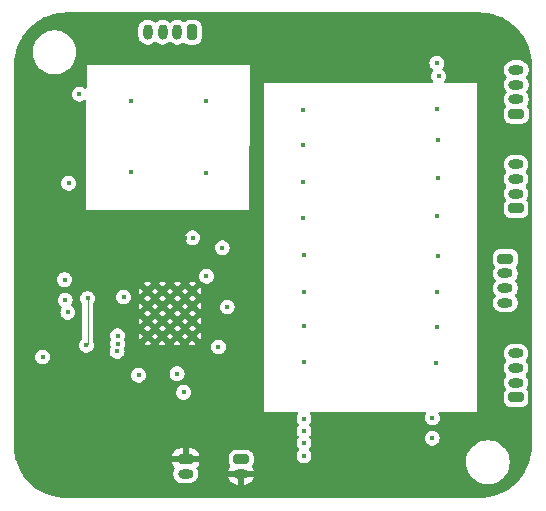
<source format=gbr>
%TF.GenerationSoftware,KiCad,Pcbnew,8.99.0-2194-gb3b7cbcab2*%
%TF.CreationDate,2024-09-01T21:43:51+08:00*%
%TF.ProjectId,switch,73776974-6368-42e6-9b69-6361645f7063,V2*%
%TF.SameCoordinates,Original*%
%TF.FileFunction,Copper,L3,Inr*%
%TF.FilePolarity,Positive*%
%FSLAX46Y46*%
G04 Gerber Fmt 4.6, Leading zero omitted, Abs format (unit mm)*
G04 Created by KiCad (PCBNEW 8.99.0-2194-gb3b7cbcab2) date 2024-09-01 21:43:51*
%MOMM*%
%LPD*%
G01*
G04 APERTURE LIST*
G04 Aperture macros list*
%AMRoundRect*
0 Rectangle with rounded corners*
0 $1 Rounding radius*
0 $2 $3 $4 $5 $6 $7 $8 $9 X,Y pos of 4 corners*
0 Add a 4 corners polygon primitive as box body*
4,1,4,$2,$3,$4,$5,$6,$7,$8,$9,$2,$3,0*
0 Add four circle primitives for the rounded corners*
1,1,$1+$1,$2,$3*
1,1,$1+$1,$4,$5*
1,1,$1+$1,$6,$7*
1,1,$1+$1,$8,$9*
0 Add four rect primitives between the rounded corners*
20,1,$1+$1,$2,$3,$4,$5,0*
20,1,$1+$1,$4,$5,$6,$7,0*
20,1,$1+$1,$6,$7,$8,$9,0*
20,1,$1+$1,$8,$9,$2,$3,0*%
G04 Aperture macros list end*
%TA.AperFunction,ComponentPad*%
%ADD10RoundRect,0.200000X0.450000X-0.200000X0.450000X0.200000X-0.450000X0.200000X-0.450000X-0.200000X0*%
%TD*%
%TA.AperFunction,ComponentPad*%
%ADD11O,1.300000X0.800000*%
%TD*%
%TA.AperFunction,HeatsinkPad*%
%ADD12C,0.500000*%
%TD*%
%TA.AperFunction,ComponentPad*%
%ADD13RoundRect,0.200000X0.200000X0.450000X-0.200000X0.450000X-0.200000X-0.450000X0.200000X-0.450000X0*%
%TD*%
%TA.AperFunction,ComponentPad*%
%ADD14O,0.800000X1.300000*%
%TD*%
%TA.AperFunction,ComponentPad*%
%ADD15RoundRect,0.200000X-0.450000X0.200000X-0.450000X-0.200000X0.450000X-0.200000X0.450000X0.200000X0*%
%TD*%
%TA.AperFunction,ViaPad*%
%ADD16C,0.450000*%
%TD*%
%TA.AperFunction,Conductor*%
%ADD17C,0.125000*%
%TD*%
G04 APERTURE END LIST*
D10*
%TO.N,/Magnetics/RX0+*%
%TO.C,J8*%
X154280000Y-108575000D03*
D11*
%TO.N,/Magnetics/RX0-*%
X154280000Y-107325000D03*
%TO.N,/Magnetics/TX0+*%
X154280000Y-106075000D03*
%TO.N,/Magnetics/TX0-*%
X154280000Y-104825000D03*
%TD*%
D10*
%TO.N,/Magnetics/RX2+*%
%TO.C,J6*%
X154280000Y-92575000D03*
D11*
%TO.N,/Magnetics/RX2-*%
X154280000Y-91325000D03*
%TO.N,/Magnetics/TX2+*%
X154280000Y-90075000D03*
%TO.N,/Magnetics/TX2-*%
X154280000Y-88825000D03*
%TD*%
D12*
%TO.N,GND*%
%TO.C,U3*%
X126876199Y-103361063D03*
X126876199Y-102094396D03*
X126876199Y-100827730D03*
X126876199Y-99561063D03*
X125609532Y-103361063D03*
X125609532Y-102094396D03*
X125609532Y-100827730D03*
X125609532Y-99561063D03*
X124342866Y-103361063D03*
X124342866Y-102094396D03*
X124342866Y-100827730D03*
X124342866Y-99561063D03*
X123076199Y-103361063D03*
X123076199Y-102094396D03*
X123076199Y-100827730D03*
X123076199Y-99561063D03*
%TD*%
D13*
%TO.N,/Magnetics/TX4-*%
%TO.C,J4*%
X126850000Y-77650000D03*
D14*
%TO.N,/Magnetics/TX4+*%
X125600000Y-77650000D03*
%TO.N,/Magnetics/RX4-*%
X124350000Y-77650000D03*
%TO.N,/Magnetics/RX4+*%
X123100000Y-77650000D03*
%TD*%
D15*
%TO.N,GND*%
%TO.C,J1*%
X126300000Y-113800000D03*
D11*
%TO.N,Net-(D7-A)*%
X126300000Y-115050000D03*
%TD*%
D15*
%TO.N,/Magnetics/RX1+*%
%TO.C,J7*%
X153380000Y-96825000D03*
D11*
%TO.N,/Magnetics/RX1-*%
X153380000Y-98075000D03*
%TO.N,/Magnetics/TX1+*%
X153380000Y-99325000D03*
%TO.N,/Magnetics/TX1-*%
X153380000Y-100575000D03*
%TD*%
D15*
%TO.N,VCC*%
%TO.C,J3*%
X131000000Y-113800000D03*
D11*
%TO.N,GND*%
X131000000Y-115050000D03*
%TD*%
D10*
%TO.N,/Magnetics/RX3+*%
%TO.C,J5*%
X154305000Y-84600000D03*
D11*
%TO.N,/Magnetics/RX3-*%
X154305000Y-83350000D03*
%TO.N,/Magnetics/TX3+*%
X154305000Y-82100000D03*
%TO.N,/Magnetics/TX3-*%
X154305000Y-80850000D03*
%TD*%
D16*
%TO.N,GND*%
X133180000Y-112920000D03*
X125860000Y-112360000D03*
X114720034Y-114495546D03*
X128660000Y-114940000D03*
X116992400Y-95148400D03*
X113450034Y-115765546D03*
X118630000Y-78310000D03*
X128660000Y-116210000D03*
X114720034Y-109415546D03*
X120030000Y-116690000D03*
X127130000Y-112360000D03*
X117270000Y-110470000D03*
X139690000Y-116560000D03*
X114720034Y-115765546D03*
X137160000Y-76450000D03*
X117260034Y-114495546D03*
X132480000Y-76440000D03*
X137160000Y-78740000D03*
X112870000Y-80370000D03*
X129940000Y-78730000D03*
X133180000Y-114200000D03*
X116850000Y-93180800D03*
X129940000Y-76440000D03*
X130042800Y-104250000D03*
X131350000Y-99900000D03*
X118760000Y-116690000D03*
X126250000Y-95050000D03*
X118694200Y-100939600D03*
X137150000Y-114890000D03*
X116513800Y-104267000D03*
X119690000Y-79610000D03*
X115990034Y-109415546D03*
X133180000Y-115470000D03*
X114220000Y-107100000D03*
X124900000Y-110050000D03*
X115824000Y-104952800D03*
X115990034Y-115765546D03*
X116420000Y-91370000D03*
X142070000Y-116570000D03*
X118930000Y-105550000D03*
X124000000Y-109850000D03*
X124590000Y-112360000D03*
X125552200Y-107340400D03*
X149860000Y-76850000D03*
X147150000Y-116570000D03*
X122834400Y-107238800D03*
X115150000Y-91370000D03*
X117260034Y-109415546D03*
X117660000Y-105550000D03*
X133180000Y-110380000D03*
X119690000Y-78340000D03*
X113420000Y-82900000D03*
X132480000Y-78730000D03*
X115990034Y-114495546D03*
X130370000Y-111650000D03*
X113700000Y-90120000D03*
X154940000Y-78740000D03*
X112050000Y-105350000D03*
X134610000Y-114890000D03*
X114813600Y-104500000D03*
X119380000Y-99898200D03*
X137150000Y-116560000D03*
X125780800Y-110490000D03*
X113700000Y-91390000D03*
X115570000Y-82910000D03*
X128660000Y-113670000D03*
X139690000Y-114890000D03*
X139700000Y-81280000D03*
X144610000Y-116570000D03*
X119735600Y-103327200D03*
X139700000Y-78740000D03*
X147320000Y-78740000D03*
X139700000Y-76450000D03*
X130400000Y-96650000D03*
X117260034Y-115765546D03*
X116000000Y-110470000D03*
X137160000Y-81280000D03*
X121120000Y-97440000D03*
X112400000Y-103150000D03*
X122000000Y-97760000D03*
X149860000Y-78740000D03*
X117627400Y-98020000D03*
X118630000Y-77040000D03*
X152400000Y-76850000D03*
X114730000Y-110470000D03*
X152400000Y-78740000D03*
X149860000Y-81280000D03*
X116390000Y-105550000D03*
X130370000Y-110380000D03*
X147320000Y-76850000D03*
X133180000Y-111650000D03*
%TO.N,VCC*%
X128066800Y-98323400D03*
X114200000Y-105150000D03*
X129082800Y-104300000D03*
X126900000Y-95050000D03*
X125577600Y-106553000D03*
X129827600Y-100922400D03*
%TO.N,+1.1VA*%
X129400000Y-95900000D03*
X126136400Y-108153200D03*
%TO.N,+3.3V*%
X118000000Y-100200000D03*
X117900000Y-104150000D03*
%TO.N,+1.1V*%
X122326400Y-106705400D03*
X121056400Y-100076000D03*
%TO.N,/Magnetics/CT4*%
X116400000Y-90450000D03*
X121650000Y-89450000D03*
X128050000Y-89550000D03*
%TO.N,/Magnetics/CT3*%
X136250000Y-84200000D03*
X136280000Y-87230000D03*
X136330000Y-113530000D03*
%TO.N,/Magnetics/CT1*%
X136330000Y-111430000D03*
X136330000Y-99630000D03*
X136330000Y-96480000D03*
%TO.N,/Magnetics/CT2*%
X136330000Y-112430000D03*
X136280000Y-90330000D03*
X136280000Y-93380000D03*
%TO.N,/Magnetics/CT0*%
X136330000Y-105580000D03*
X136330000Y-110380000D03*
X136330000Y-102530000D03*
%TO.N,/IP175G/LINK_LED2{slash}REDUCE_IPG_EN*%
X116050000Y-98600000D03*
X120550000Y-103350000D03*
%TO.N,/IP175G/LINK_LED1{slash}SCLK{slash}BF_STM_DIS*%
X116100000Y-100345674D03*
X120550000Y-104050000D03*
%TO.N,/IP175G/LINK_LED0*%
X116325000Y-101375000D03*
X120498096Y-104672844D03*
%TO.N,/Magnetics/REF4*%
X128000000Y-83450000D03*
X121650000Y-83500000D03*
X117300000Y-82900000D03*
%TO.N,Net-(R21-Pad1)*%
X147580000Y-80280000D03*
X147580000Y-84130000D03*
X147630000Y-86780000D03*
%TO.N,Net-(R22-Pad1)*%
X147630000Y-90030000D03*
X147730000Y-81380000D03*
X147580000Y-93180000D03*
%TO.N,Net-(R23-Pad1)*%
X147580000Y-99630000D03*
X147190000Y-110320000D03*
X147630000Y-96630000D03*
%TO.N,Net-(R25-Pad1)*%
X147580000Y-102580000D03*
X147530000Y-105630000D03*
X147180000Y-112030000D03*
%TD*%
D17*
%TO.N,+3.3V*%
X118000000Y-104050000D02*
X117900000Y-104150000D01*
X118000000Y-100200000D02*
X118000000Y-104050000D01*
%TD*%
%TA.AperFunction,Conductor*%
%TO.N,GND*%
G36*
X151152691Y-75986149D02*
G01*
X151536751Y-76002925D01*
X151547495Y-76003865D01*
X151925958Y-76053697D01*
X151936596Y-76055574D01*
X152309268Y-76138200D01*
X152319683Y-76140990D01*
X152683565Y-76255727D01*
X152683733Y-76255780D01*
X152693878Y-76259471D01*
X153046565Y-76405565D01*
X153056324Y-76410116D01*
X153394918Y-76586381D01*
X153404282Y-76591788D01*
X153726213Y-76796884D01*
X153735065Y-76803082D01*
X154037890Y-77035451D01*
X154046165Y-77042394D01*
X154181613Y-77166510D01*
X154327593Y-77300277D01*
X154335242Y-77307926D01*
X154593118Y-77589350D01*
X154600071Y-77597637D01*
X154832436Y-77900461D01*
X154838637Y-77909317D01*
X155043734Y-78231253D01*
X155049133Y-78240605D01*
X155225383Y-78579178D01*
X155229955Y-78588981D01*
X155376015Y-78941596D01*
X155376027Y-78941623D01*
X155379727Y-78951789D01*
X155494514Y-79315838D01*
X155497313Y-79326286D01*
X155579929Y-79698924D01*
X155581808Y-79709578D01*
X155631634Y-80088015D01*
X155632577Y-80098791D01*
X155649382Y-80483574D01*
X155649500Y-80488984D01*
X155649500Y-112597293D01*
X155649382Y-112602702D01*
X155632614Y-112986750D01*
X155631671Y-112997526D01*
X155581849Y-113375957D01*
X155579971Y-113386610D01*
X155497354Y-113759272D01*
X155494554Y-113769721D01*
X155379775Y-114133755D01*
X155376075Y-114143921D01*
X155230002Y-114496572D01*
X155225430Y-114506376D01*
X155049183Y-114844942D01*
X155043775Y-114854310D01*
X154838681Y-115176244D01*
X154832476Y-115185105D01*
X154600110Y-115487930D01*
X154593156Y-115496217D01*
X154335284Y-115777635D01*
X154327635Y-115785284D01*
X154046217Y-116043156D01*
X154037930Y-116050110D01*
X153735105Y-116282476D01*
X153726244Y-116288681D01*
X153404310Y-116493775D01*
X153394942Y-116499183D01*
X153056376Y-116675430D01*
X153046572Y-116680002D01*
X152693921Y-116826075D01*
X152683755Y-116829775D01*
X152319721Y-116944554D01*
X152309272Y-116947354D01*
X151936610Y-117029971D01*
X151925957Y-117031849D01*
X151547526Y-117081671D01*
X151536750Y-117082614D01*
X151152703Y-117099382D01*
X151147294Y-117099500D01*
X116323671Y-117099500D01*
X116314060Y-117099499D01*
X116312291Y-117099039D01*
X116248760Y-117099496D01*
X116248230Y-117099496D01*
X116248171Y-117099478D01*
X116243670Y-117099412D01*
X115859127Y-117085239D01*
X115848246Y-117084357D01*
X115469157Y-117036759D01*
X115458396Y-117034924D01*
X115084946Y-116954166D01*
X115074389Y-116951391D01*
X114709499Y-116838106D01*
X114699226Y-116834413D01*
X114345727Y-116689480D01*
X114335818Y-116684899D01*
X113996409Y-116509423D01*
X113986942Y-116503987D01*
X113664296Y-116299350D01*
X113655352Y-116293110D01*
X113351936Y-116060875D01*
X113343578Y-116053873D01*
X113061781Y-115795870D01*
X113054062Y-115788152D01*
X112796038Y-115506355D01*
X112789028Y-115497987D01*
X112556795Y-115194598D01*
X112550557Y-115185659D01*
X112345887Y-114862990D01*
X112340464Y-114853543D01*
X112164976Y-114514144D01*
X112160409Y-114504270D01*
X112015439Y-114150721D01*
X112011749Y-114140453D01*
X112009669Y-114133755D01*
X111983662Y-114050000D01*
X125150001Y-114050000D01*
X125150001Y-114056582D01*
X125156408Y-114127102D01*
X125156409Y-114127107D01*
X125206981Y-114289396D01*
X125294927Y-114434877D01*
X125344857Y-114484807D01*
X125378342Y-114546130D01*
X125373358Y-114615822D01*
X125360279Y-114641378D01*
X125340608Y-114670817D01*
X125340602Y-114670828D01*
X125280264Y-114816498D01*
X125280261Y-114816510D01*
X125249500Y-114971153D01*
X125249500Y-115128846D01*
X125280261Y-115283489D01*
X125280264Y-115283501D01*
X125340602Y-115429172D01*
X125340609Y-115429185D01*
X125428210Y-115560288D01*
X125428213Y-115560292D01*
X125539707Y-115671786D01*
X125539711Y-115671789D01*
X125670814Y-115759390D01*
X125670827Y-115759397D01*
X125783464Y-115806052D01*
X125816503Y-115819737D01*
X125956408Y-115847566D01*
X125971153Y-115850499D01*
X125971156Y-115850500D01*
X125971158Y-115850500D01*
X126628844Y-115850500D01*
X126628845Y-115850499D01*
X126783497Y-115819737D01*
X126929179Y-115759394D01*
X127060289Y-115671789D01*
X127171789Y-115560289D01*
X127259394Y-115429179D01*
X127312901Y-115300000D01*
X129882096Y-115300000D01*
X129884584Y-115312516D01*
X129884587Y-115312523D01*
X129952428Y-115476306D01*
X129952433Y-115476316D01*
X130050923Y-115623716D01*
X130050926Y-115623720D01*
X130176279Y-115749073D01*
X130176283Y-115749076D01*
X130323683Y-115847566D01*
X130323692Y-115847571D01*
X130487479Y-115915413D01*
X130487487Y-115915415D01*
X130661353Y-115949999D01*
X130661357Y-115950000D01*
X130750000Y-115950000D01*
X131250000Y-115950000D01*
X131338643Y-115950000D01*
X131338646Y-115949999D01*
X131512512Y-115915415D01*
X131512520Y-115915413D01*
X131676307Y-115847571D01*
X131676316Y-115847566D01*
X131823716Y-115749076D01*
X131823720Y-115749073D01*
X131949073Y-115623720D01*
X131949076Y-115623716D01*
X132047566Y-115476316D01*
X132047571Y-115476306D01*
X132115412Y-115312523D01*
X132115415Y-115312516D01*
X132117904Y-115300000D01*
X131250000Y-115300000D01*
X131250000Y-115950000D01*
X130750000Y-115950000D01*
X130750000Y-115300000D01*
X129882096Y-115300000D01*
X127312901Y-115300000D01*
X127319737Y-115283497D01*
X127324025Y-115261940D01*
X127327897Y-115242477D01*
X127350499Y-115128846D01*
X127350500Y-115128844D01*
X127350500Y-114971155D01*
X127350499Y-114971153D01*
X127327897Y-114857523D01*
X127319738Y-114816510D01*
X127319737Y-114816503D01*
X127312901Y-114800000D01*
X129882096Y-114800000D01*
X130950272Y-114800000D01*
X130858386Y-114838060D01*
X130788060Y-114908386D01*
X130750000Y-115000272D01*
X130750000Y-115099728D01*
X130788060Y-115191614D01*
X130858386Y-115261940D01*
X130950272Y-115300000D01*
X131049728Y-115300000D01*
X131141614Y-115261940D01*
X131211940Y-115191614D01*
X131250000Y-115099728D01*
X131250000Y-115000272D01*
X131211940Y-114908386D01*
X131141614Y-114838060D01*
X131049728Y-114800000D01*
X132117904Y-114800000D01*
X132115415Y-114787483D01*
X132115412Y-114787476D01*
X132047571Y-114623693D01*
X132047566Y-114623683D01*
X131948346Y-114475190D01*
X131927468Y-114408512D01*
X131945953Y-114341132D01*
X131953073Y-114330812D01*
X131974535Y-114302842D01*
X131974534Y-114302842D01*
X131974536Y-114302841D01*
X132035044Y-114156762D01*
X132050500Y-114039361D01*
X132050499Y-113560640D01*
X132050499Y-113560638D01*
X132050499Y-113560636D01*
X132035046Y-113443246D01*
X132035044Y-113443239D01*
X132035044Y-113443238D01*
X131974536Y-113297159D01*
X131878282Y-113171718D01*
X131752841Y-113075464D01*
X131746448Y-113072816D01*
X131606762Y-113014956D01*
X131606760Y-113014955D01*
X131489370Y-112999501D01*
X131489367Y-112999500D01*
X131489361Y-112999500D01*
X131489354Y-112999500D01*
X130510636Y-112999500D01*
X130393246Y-113014953D01*
X130393237Y-113014956D01*
X130247160Y-113075463D01*
X130121718Y-113171718D01*
X130025463Y-113297160D01*
X129964956Y-113443237D01*
X129964955Y-113443239D01*
X129949500Y-113560638D01*
X129949500Y-114039363D01*
X129964953Y-114156753D01*
X129964956Y-114156762D01*
X130025464Y-114302842D01*
X130046927Y-114330813D01*
X130072121Y-114395983D01*
X130058082Y-114464427D01*
X130051653Y-114475189D01*
X129952436Y-114623678D01*
X129952428Y-114623693D01*
X129884587Y-114787476D01*
X129884584Y-114787483D01*
X129882096Y-114800000D01*
X127312901Y-114800000D01*
X127259397Y-114670828D01*
X127259397Y-114670827D01*
X127259392Y-114670818D01*
X127259280Y-114670651D01*
X127239721Y-114641378D01*
X127218843Y-114574704D01*
X127237326Y-114507324D01*
X127255143Y-114484806D01*
X127305072Y-114434877D01*
X127393019Y-114289395D01*
X127443590Y-114127106D01*
X127450000Y-114056572D01*
X127450000Y-114050000D01*
X126349728Y-114050000D01*
X126441614Y-114011940D01*
X126511940Y-113941614D01*
X126550000Y-113849728D01*
X126550000Y-113750272D01*
X126511940Y-113658386D01*
X126441614Y-113588060D01*
X126349728Y-113550000D01*
X126550000Y-113550000D01*
X127449999Y-113550000D01*
X127449999Y-113543417D01*
X127443591Y-113472897D01*
X127443590Y-113472892D01*
X127393018Y-113310603D01*
X127305072Y-113165122D01*
X127184877Y-113044927D01*
X127039395Y-112956980D01*
X127039396Y-112956980D01*
X126877105Y-112906409D01*
X126877106Y-112906409D01*
X126806572Y-112900000D01*
X126550000Y-112900000D01*
X126550000Y-113550000D01*
X126349728Y-113550000D01*
X126250272Y-113550000D01*
X126158386Y-113588060D01*
X126088060Y-113658386D01*
X126050000Y-113750272D01*
X126050000Y-113849728D01*
X126088060Y-113941614D01*
X126158386Y-114011940D01*
X126250272Y-114050000D01*
X125150001Y-114050000D01*
X111983662Y-114050000D01*
X111898453Y-113775580D01*
X111895679Y-113765031D01*
X111851471Y-113560638D01*
X111847749Y-113543427D01*
X125150000Y-113543427D01*
X125150000Y-113550000D01*
X126050000Y-113550000D01*
X126050000Y-112900000D01*
X125793417Y-112900000D01*
X125722897Y-112906408D01*
X125722892Y-112906409D01*
X125560603Y-112956981D01*
X125415122Y-113044927D01*
X125294927Y-113165122D01*
X125206980Y-113310604D01*
X125156409Y-113472893D01*
X125150000Y-113543427D01*
X111847749Y-113543427D01*
X111814905Y-113391574D01*
X111813072Y-113380832D01*
X111765456Y-113001720D01*
X111764576Y-112990873D01*
X111750458Y-112608244D01*
X111750374Y-112603672D01*
X111750374Y-112602198D01*
X111750377Y-112601310D01*
X111750858Y-112534127D01*
X111750374Y-112526313D01*
X111750380Y-110898557D01*
X111750391Y-108153200D01*
X125506306Y-108153200D01*
X125524615Y-108303991D01*
X125578479Y-108446019D01*
X125664768Y-108571030D01*
X125778466Y-108671757D01*
X125912966Y-108742348D01*
X125986708Y-108760524D01*
X126060450Y-108778700D01*
X126060451Y-108778700D01*
X126212350Y-108778700D01*
X126261510Y-108766582D01*
X126359834Y-108742348D01*
X126494334Y-108671757D01*
X126608032Y-108571030D01*
X126694321Y-108446019D01*
X126748185Y-108303991D01*
X126766494Y-108153200D01*
X126748185Y-108002409D01*
X126694321Y-107860381D01*
X126608032Y-107735370D01*
X126494334Y-107634643D01*
X126359834Y-107564052D01*
X126359833Y-107564051D01*
X126359832Y-107564051D01*
X126212350Y-107527700D01*
X126212349Y-107527700D01*
X126060451Y-107527700D01*
X126060450Y-107527700D01*
X125912967Y-107564051D01*
X125778467Y-107634642D01*
X125778466Y-107634643D01*
X125699984Y-107704172D01*
X125664767Y-107735371D01*
X125578480Y-107860379D01*
X125578479Y-107860380D01*
X125545736Y-107946718D01*
X125524615Y-108002409D01*
X125506306Y-108153200D01*
X111750391Y-108153200D01*
X111750394Y-107330900D01*
X111750397Y-106705400D01*
X121696306Y-106705400D01*
X121714615Y-106856191D01*
X121768479Y-106998219D01*
X121854768Y-107123230D01*
X121968466Y-107223957D01*
X122102966Y-107294548D01*
X122176708Y-107312724D01*
X122250450Y-107330900D01*
X122250451Y-107330900D01*
X122402350Y-107330900D01*
X122451510Y-107318782D01*
X122549834Y-107294548D01*
X122684334Y-107223957D01*
X122798032Y-107123230D01*
X122884321Y-106998219D01*
X122938185Y-106856191D01*
X122956494Y-106705400D01*
X122938185Y-106554609D01*
X122937575Y-106553000D01*
X124947506Y-106553000D01*
X124965815Y-106703791D01*
X125019679Y-106845819D01*
X125105968Y-106970830D01*
X125219666Y-107071557D01*
X125354166Y-107142148D01*
X125427908Y-107160324D01*
X125501650Y-107178500D01*
X125501651Y-107178500D01*
X125653550Y-107178500D01*
X125702710Y-107166382D01*
X125801034Y-107142148D01*
X125935534Y-107071557D01*
X126049232Y-106970830D01*
X126135521Y-106845819D01*
X126189385Y-106703791D01*
X126207694Y-106553000D01*
X126189385Y-106402209D01*
X126135521Y-106260181D01*
X126049232Y-106135170D01*
X125935534Y-106034443D01*
X125801034Y-105963852D01*
X125801033Y-105963851D01*
X125801032Y-105963851D01*
X125653550Y-105927500D01*
X125653549Y-105927500D01*
X125501651Y-105927500D01*
X125501650Y-105927500D01*
X125354167Y-105963851D01*
X125219667Y-106034442D01*
X125105967Y-106135171D01*
X125019680Y-106260179D01*
X125019679Y-106260180D01*
X125001354Y-106308501D01*
X124965815Y-106402209D01*
X124947506Y-106553000D01*
X122937575Y-106553000D01*
X122884321Y-106412581D01*
X122798032Y-106287570D01*
X122684334Y-106186843D01*
X122549834Y-106116252D01*
X122549833Y-106116251D01*
X122549832Y-106116251D01*
X122402350Y-106079900D01*
X122402349Y-106079900D01*
X122250451Y-106079900D01*
X122250450Y-106079900D01*
X122102967Y-106116251D01*
X121968467Y-106186842D01*
X121854767Y-106287571D01*
X121768480Y-106412579D01*
X121768479Y-106412580D01*
X121714616Y-106554607D01*
X121714615Y-106554609D01*
X121696306Y-106705400D01*
X111750397Y-106705400D01*
X111750397Y-106697899D01*
X111750397Y-106697898D01*
X111750403Y-105150000D01*
X113569906Y-105150000D01*
X113588215Y-105300791D01*
X113642079Y-105442819D01*
X113728368Y-105567830D01*
X113842066Y-105668557D01*
X113976566Y-105739148D01*
X114050308Y-105757324D01*
X114124050Y-105775500D01*
X114124051Y-105775500D01*
X114275950Y-105775500D01*
X114325110Y-105763382D01*
X114423434Y-105739148D01*
X114557934Y-105668557D01*
X114671632Y-105567830D01*
X114757921Y-105442819D01*
X114811785Y-105300791D01*
X114830094Y-105150000D01*
X114811785Y-104999209D01*
X114757921Y-104857181D01*
X114671632Y-104732170D01*
X114557934Y-104631443D01*
X114423434Y-104560852D01*
X114423433Y-104560851D01*
X114423432Y-104560851D01*
X114275950Y-104524500D01*
X114275949Y-104524500D01*
X114124051Y-104524500D01*
X114124050Y-104524500D01*
X113976567Y-104560851D01*
X113842067Y-104631442D01*
X113728367Y-104732171D01*
X113642080Y-104857179D01*
X113642079Y-104857180D01*
X113624383Y-104903842D01*
X113588215Y-104999209D01*
X113569906Y-105150000D01*
X111750403Y-105150000D01*
X111750403Y-105142500D01*
X111750407Y-104150000D01*
X117269906Y-104150000D01*
X117288215Y-104300791D01*
X117342079Y-104442819D01*
X117428368Y-104567830D01*
X117542066Y-104668557D01*
X117676566Y-104739148D01*
X117705007Y-104746158D01*
X117824050Y-104775500D01*
X117824051Y-104775500D01*
X117975950Y-104775500D01*
X118025110Y-104763382D01*
X118123434Y-104739148D01*
X118249766Y-104672844D01*
X119868002Y-104672844D01*
X119886311Y-104823635D01*
X119940175Y-104965663D01*
X120026464Y-105090674D01*
X120140162Y-105191401D01*
X120274662Y-105261992D01*
X120348404Y-105280168D01*
X120422146Y-105298344D01*
X120422147Y-105298344D01*
X120574046Y-105298344D01*
X120623206Y-105286226D01*
X120721530Y-105261992D01*
X120856030Y-105191401D01*
X120969728Y-105090674D01*
X121056017Y-104965663D01*
X121109881Y-104823635D01*
X121128190Y-104672844D01*
X121109881Y-104522053D01*
X121088392Y-104465394D01*
X121083026Y-104395731D01*
X121090372Y-104372551D01*
X121095250Y-104361175D01*
X121107921Y-104342819D01*
X121124160Y-104300000D01*
X128452706Y-104300000D01*
X128471015Y-104450791D01*
X128524879Y-104592819D01*
X128611168Y-104717830D01*
X128724866Y-104818557D01*
X128859366Y-104889148D01*
X128918982Y-104903842D01*
X129006850Y-104925500D01*
X129006851Y-104925500D01*
X129158750Y-104925500D01*
X129207910Y-104913382D01*
X129306234Y-104889148D01*
X129440734Y-104818557D01*
X129554432Y-104717830D01*
X129640721Y-104592819D01*
X129694585Y-104450791D01*
X129712894Y-104300000D01*
X129694585Y-104149209D01*
X129640721Y-104007181D01*
X129554432Y-103882170D01*
X129440734Y-103781443D01*
X129306234Y-103710852D01*
X129306233Y-103710851D01*
X129306232Y-103710851D01*
X129158750Y-103674500D01*
X129158749Y-103674500D01*
X129006851Y-103674500D01*
X129006850Y-103674500D01*
X128859367Y-103710851D01*
X128724867Y-103781442D01*
X128611167Y-103882171D01*
X128524880Y-104007179D01*
X128524879Y-104007180D01*
X128471015Y-104149208D01*
X128452706Y-104300000D01*
X121124160Y-104300000D01*
X121150885Y-104229530D01*
X121161784Y-104200794D01*
X121161784Y-104200793D01*
X121161785Y-104200791D01*
X121180094Y-104050000D01*
X121179041Y-104041330D01*
X122749483Y-104041330D01*
X122908252Y-104096886D01*
X122908257Y-104096887D01*
X123076195Y-104115809D01*
X123076203Y-104115809D01*
X123244137Y-104096887D01*
X123244142Y-104096886D01*
X123402912Y-104041330D01*
X123402913Y-104041330D01*
X124016150Y-104041330D01*
X124174919Y-104096886D01*
X124174924Y-104096887D01*
X124342862Y-104115809D01*
X124342870Y-104115809D01*
X124510804Y-104096887D01*
X124510809Y-104096886D01*
X124669579Y-104041330D01*
X124669580Y-104041330D01*
X125282816Y-104041330D01*
X125441585Y-104096886D01*
X125441590Y-104096887D01*
X125609528Y-104115809D01*
X125609536Y-104115809D01*
X125777470Y-104096887D01*
X125777475Y-104096886D01*
X125936245Y-104041330D01*
X125936246Y-104041330D01*
X126549483Y-104041330D01*
X126708252Y-104096886D01*
X126708257Y-104096887D01*
X126876195Y-104115809D01*
X126876203Y-104115809D01*
X127044137Y-104096887D01*
X127044142Y-104096886D01*
X127202912Y-104041330D01*
X127202913Y-104041330D01*
X126876200Y-103714617D01*
X126876199Y-103714617D01*
X126549483Y-104041330D01*
X125936246Y-104041330D01*
X125609533Y-103714617D01*
X125609532Y-103714617D01*
X125282816Y-104041330D01*
X124669580Y-104041330D01*
X124342867Y-103714617D01*
X124342866Y-103714617D01*
X124016150Y-104041330D01*
X123402913Y-104041330D01*
X123076200Y-103714617D01*
X123076199Y-103714617D01*
X122749483Y-104041330D01*
X121179041Y-104041330D01*
X121161785Y-103899209D01*
X121155323Y-103882171D01*
X121105261Y-103750168D01*
X121106562Y-103749674D01*
X121094428Y-103689126D01*
X121105895Y-103650072D01*
X121105261Y-103649832D01*
X121107921Y-103642819D01*
X121161785Y-103500791D01*
X121178751Y-103361059D01*
X122321453Y-103361059D01*
X122321453Y-103361066D01*
X122340375Y-103529007D01*
X122395930Y-103687776D01*
X122722645Y-103361063D01*
X122702754Y-103341172D01*
X122976199Y-103341172D01*
X122976199Y-103380954D01*
X122991423Y-103417708D01*
X123019554Y-103445839D01*
X123056308Y-103461063D01*
X123096090Y-103461063D01*
X123132844Y-103445839D01*
X123160975Y-103417708D01*
X123176199Y-103380954D01*
X123176199Y-103361062D01*
X123429753Y-103361062D01*
X123429753Y-103361064D01*
X123709531Y-103640842D01*
X123709532Y-103640842D01*
X123989312Y-103361063D01*
X123969421Y-103341172D01*
X124242866Y-103341172D01*
X124242866Y-103380954D01*
X124258090Y-103417708D01*
X124286221Y-103445839D01*
X124322975Y-103461063D01*
X124362757Y-103461063D01*
X124399511Y-103445839D01*
X124427642Y-103417708D01*
X124442866Y-103380954D01*
X124442866Y-103361063D01*
X124696420Y-103361063D01*
X124976199Y-103640842D01*
X125255978Y-103361063D01*
X125236087Y-103341172D01*
X125509532Y-103341172D01*
X125509532Y-103380954D01*
X125524756Y-103417708D01*
X125552887Y-103445839D01*
X125589641Y-103461063D01*
X125629423Y-103461063D01*
X125666177Y-103445839D01*
X125694308Y-103417708D01*
X125709532Y-103380954D01*
X125709532Y-103361062D01*
X125963086Y-103361062D01*
X125963086Y-103361064D01*
X126242864Y-103640842D01*
X126242865Y-103640842D01*
X126522645Y-103361063D01*
X126502754Y-103341172D01*
X126776199Y-103341172D01*
X126776199Y-103380954D01*
X126791423Y-103417708D01*
X126819554Y-103445839D01*
X126856308Y-103461063D01*
X126896090Y-103461063D01*
X126932844Y-103445839D01*
X126960975Y-103417708D01*
X126976199Y-103380954D01*
X126976199Y-103361062D01*
X127229753Y-103361062D01*
X127229753Y-103361064D01*
X127556466Y-103687777D01*
X127556466Y-103687776D01*
X127612022Y-103529006D01*
X127612023Y-103529001D01*
X127630945Y-103361066D01*
X127630945Y-103361059D01*
X127612023Y-103193121D01*
X127612022Y-103193116D01*
X127556466Y-103034348D01*
X127556466Y-103034347D01*
X127229753Y-103361062D01*
X126976199Y-103361062D01*
X126976199Y-103341172D01*
X126960975Y-103304418D01*
X126932844Y-103276287D01*
X126896090Y-103261063D01*
X126856308Y-103261063D01*
X126819554Y-103276287D01*
X126791423Y-103304418D01*
X126776199Y-103341172D01*
X126502754Y-103341172D01*
X126242865Y-103081283D01*
X126242864Y-103081283D01*
X125963086Y-103361062D01*
X125709532Y-103361062D01*
X125709532Y-103341172D01*
X125694308Y-103304418D01*
X125666177Y-103276287D01*
X125629423Y-103261063D01*
X125589641Y-103261063D01*
X125552887Y-103276287D01*
X125524756Y-103304418D01*
X125509532Y-103341172D01*
X125236087Y-103341172D01*
X124976199Y-103081284D01*
X124696420Y-103361063D01*
X124442866Y-103361063D01*
X124442866Y-103341172D01*
X124427642Y-103304418D01*
X124399511Y-103276287D01*
X124362757Y-103261063D01*
X124322975Y-103261063D01*
X124286221Y-103276287D01*
X124258090Y-103304418D01*
X124242866Y-103341172D01*
X123969421Y-103341172D01*
X123709532Y-103081283D01*
X123709531Y-103081283D01*
X123429753Y-103361062D01*
X123176199Y-103361062D01*
X123176199Y-103341172D01*
X123160975Y-103304418D01*
X123132844Y-103276287D01*
X123096090Y-103261063D01*
X123056308Y-103261063D01*
X123019554Y-103276287D01*
X122991423Y-103304418D01*
X122976199Y-103341172D01*
X122702754Y-103341172D01*
X122395930Y-103034348D01*
X122340375Y-103193118D01*
X122321453Y-103361059D01*
X121178751Y-103361059D01*
X121180094Y-103350000D01*
X121161785Y-103199209D01*
X121107921Y-103057181D01*
X121021632Y-102932170D01*
X120907934Y-102831443D01*
X120821657Y-102786161D01*
X120773432Y-102760851D01*
X120639047Y-102727728D01*
X122796419Y-102727728D01*
X122796419Y-102727729D01*
X123076199Y-103007509D01*
X123076200Y-103007509D01*
X123355978Y-102727729D01*
X123355978Y-102727728D01*
X124063086Y-102727728D01*
X124063086Y-102727729D01*
X124342866Y-103007509D01*
X124342867Y-103007509D01*
X124622645Y-102727729D01*
X124622645Y-102727728D01*
X125329752Y-102727728D01*
X125329752Y-102727729D01*
X125609532Y-103007509D01*
X125609533Y-103007509D01*
X125889311Y-102727729D01*
X125889311Y-102727728D01*
X126596419Y-102727728D01*
X126596419Y-102727729D01*
X126876199Y-103007509D01*
X126876200Y-103007509D01*
X127155978Y-102727729D01*
X127155978Y-102727728D01*
X126876200Y-102447950D01*
X126876199Y-102447950D01*
X126596419Y-102727728D01*
X125889311Y-102727728D01*
X125609533Y-102447950D01*
X125609532Y-102447950D01*
X125329752Y-102727728D01*
X124622645Y-102727728D01*
X124342867Y-102447950D01*
X124342866Y-102447950D01*
X124063086Y-102727728D01*
X123355978Y-102727728D01*
X123076200Y-102447950D01*
X123076199Y-102447950D01*
X122796419Y-102727728D01*
X120639047Y-102727728D01*
X120625950Y-102724500D01*
X120625949Y-102724500D01*
X120474051Y-102724500D01*
X120474050Y-102724500D01*
X120326567Y-102760851D01*
X120192067Y-102831442D01*
X120078367Y-102932171D01*
X119992080Y-103057179D01*
X119992079Y-103057180D01*
X119940524Y-103193121D01*
X119938215Y-103199209D01*
X119919906Y-103350000D01*
X119938215Y-103500791D01*
X119991329Y-103640842D01*
X119994739Y-103649832D01*
X119993440Y-103650324D01*
X120005570Y-103710890D01*
X119994107Y-103749928D01*
X119994739Y-103750168D01*
X119938215Y-103899208D01*
X119919906Y-104050000D01*
X119938215Y-104200792D01*
X119959702Y-104257449D01*
X119965069Y-104327113D01*
X119945813Y-104371856D01*
X119940176Y-104380022D01*
X119940175Y-104380024D01*
X119886311Y-104522052D01*
X119877719Y-104592819D01*
X119868002Y-104672844D01*
X118249766Y-104672844D01*
X118257934Y-104668557D01*
X118371632Y-104567830D01*
X118457921Y-104442819D01*
X118511785Y-104300791D01*
X118530094Y-104150000D01*
X118511785Y-103999209D01*
X118471058Y-103891820D01*
X118463000Y-103847849D01*
X118463000Y-102094392D01*
X122321453Y-102094392D01*
X122321453Y-102094399D01*
X122340375Y-102262340D01*
X122395930Y-102421109D01*
X122722645Y-102094396D01*
X122702754Y-102074505D01*
X122976199Y-102074505D01*
X122976199Y-102114287D01*
X122991423Y-102151041D01*
X123019554Y-102179172D01*
X123056308Y-102194396D01*
X123096090Y-102194396D01*
X123132844Y-102179172D01*
X123160975Y-102151041D01*
X123176199Y-102114287D01*
X123176199Y-102094395D01*
X123429753Y-102094395D01*
X123429753Y-102094397D01*
X123709531Y-102374175D01*
X123709532Y-102374175D01*
X123989312Y-102094396D01*
X123969421Y-102074505D01*
X124242866Y-102074505D01*
X124242866Y-102114287D01*
X124258090Y-102151041D01*
X124286221Y-102179172D01*
X124322975Y-102194396D01*
X124362757Y-102194396D01*
X124399511Y-102179172D01*
X124427642Y-102151041D01*
X124442866Y-102114287D01*
X124442866Y-102094396D01*
X124696420Y-102094396D01*
X124976199Y-102374175D01*
X125255978Y-102094396D01*
X125236087Y-102074505D01*
X125509532Y-102074505D01*
X125509532Y-102114287D01*
X125524756Y-102151041D01*
X125552887Y-102179172D01*
X125589641Y-102194396D01*
X125629423Y-102194396D01*
X125666177Y-102179172D01*
X125694308Y-102151041D01*
X125709532Y-102114287D01*
X125709532Y-102094395D01*
X125963086Y-102094395D01*
X125963086Y-102094397D01*
X126242864Y-102374175D01*
X126242865Y-102374175D01*
X126522645Y-102094396D01*
X126502754Y-102074505D01*
X126776199Y-102074505D01*
X126776199Y-102114287D01*
X126791423Y-102151041D01*
X126819554Y-102179172D01*
X126856308Y-102194396D01*
X126896090Y-102194396D01*
X126932844Y-102179172D01*
X126960975Y-102151041D01*
X126976199Y-102114287D01*
X126976199Y-102094395D01*
X127229753Y-102094395D01*
X127229753Y-102094397D01*
X127556466Y-102421110D01*
X127556466Y-102421109D01*
X127612022Y-102262339D01*
X127612023Y-102262334D01*
X127630945Y-102094399D01*
X127630945Y-102094392D01*
X127612023Y-101926454D01*
X127612022Y-101926449D01*
X127556466Y-101767681D01*
X127556466Y-101767680D01*
X127229753Y-102094395D01*
X126976199Y-102094395D01*
X126976199Y-102074505D01*
X126960975Y-102037751D01*
X126932844Y-102009620D01*
X126896090Y-101994396D01*
X126856308Y-101994396D01*
X126819554Y-102009620D01*
X126791423Y-102037751D01*
X126776199Y-102074505D01*
X126502754Y-102074505D01*
X126242865Y-101814616D01*
X126242864Y-101814616D01*
X125963086Y-102094395D01*
X125709532Y-102094395D01*
X125709532Y-102074505D01*
X125694308Y-102037751D01*
X125666177Y-102009620D01*
X125629423Y-101994396D01*
X125589641Y-101994396D01*
X125552887Y-102009620D01*
X125524756Y-102037751D01*
X125509532Y-102074505D01*
X125236087Y-102074505D01*
X124976199Y-101814617D01*
X124696420Y-102094396D01*
X124442866Y-102094396D01*
X124442866Y-102074505D01*
X124427642Y-102037751D01*
X124399511Y-102009620D01*
X124362757Y-101994396D01*
X124322975Y-101994396D01*
X124286221Y-102009620D01*
X124258090Y-102037751D01*
X124242866Y-102074505D01*
X123969421Y-102074505D01*
X123709532Y-101814616D01*
X123709531Y-101814616D01*
X123429753Y-102094395D01*
X123176199Y-102094395D01*
X123176199Y-102074505D01*
X123160975Y-102037751D01*
X123132844Y-102009620D01*
X123096090Y-101994396D01*
X123056308Y-101994396D01*
X123019554Y-102009620D01*
X122991423Y-102037751D01*
X122976199Y-102074505D01*
X122702754Y-102074505D01*
X122395930Y-101767681D01*
X122340375Y-101926451D01*
X122321453Y-102094392D01*
X118463000Y-102094392D01*
X118463000Y-101461063D01*
X122796420Y-101461063D01*
X123076199Y-101740842D01*
X123355978Y-101461063D01*
X124063087Y-101461063D01*
X124342866Y-101740842D01*
X124622645Y-101461063D01*
X125329753Y-101461063D01*
X125609532Y-101740842D01*
X125889311Y-101461063D01*
X126596420Y-101461063D01*
X126876199Y-101740842D01*
X127155978Y-101461063D01*
X126876199Y-101181284D01*
X126596420Y-101461063D01*
X125889311Y-101461063D01*
X125609532Y-101181284D01*
X125329753Y-101461063D01*
X124622645Y-101461063D01*
X124342866Y-101181284D01*
X124063087Y-101461063D01*
X123355978Y-101461063D01*
X123076199Y-101181284D01*
X122796420Y-101461063D01*
X118463000Y-101461063D01*
X118463000Y-100827726D01*
X122321453Y-100827726D01*
X122321453Y-100827733D01*
X122340375Y-100995674D01*
X122395930Y-101154443D01*
X122722645Y-100827730D01*
X122702754Y-100807839D01*
X122976199Y-100807839D01*
X122976199Y-100847621D01*
X122991423Y-100884375D01*
X123019554Y-100912506D01*
X123056308Y-100927730D01*
X123096090Y-100927730D01*
X123132844Y-100912506D01*
X123160975Y-100884375D01*
X123176199Y-100847621D01*
X123176199Y-100827729D01*
X123429753Y-100827729D01*
X123429753Y-100827731D01*
X123709531Y-101107509D01*
X123709532Y-101107509D01*
X123989312Y-100827730D01*
X123969421Y-100807839D01*
X124242866Y-100807839D01*
X124242866Y-100847621D01*
X124258090Y-100884375D01*
X124286221Y-100912506D01*
X124322975Y-100927730D01*
X124362757Y-100927730D01*
X124399511Y-100912506D01*
X124427642Y-100884375D01*
X124442866Y-100847621D01*
X124442866Y-100827730D01*
X124696420Y-100827730D01*
X124976199Y-101107509D01*
X125255978Y-100827730D01*
X125236087Y-100807839D01*
X125509532Y-100807839D01*
X125509532Y-100847621D01*
X125524756Y-100884375D01*
X125552887Y-100912506D01*
X125589641Y-100927730D01*
X125629423Y-100927730D01*
X125666177Y-100912506D01*
X125694308Y-100884375D01*
X125709532Y-100847621D01*
X125709532Y-100827729D01*
X125963086Y-100827729D01*
X125963086Y-100827731D01*
X126242864Y-101107509D01*
X126242865Y-101107509D01*
X126522645Y-100827730D01*
X126502754Y-100807839D01*
X126776199Y-100807839D01*
X126776199Y-100847621D01*
X126791423Y-100884375D01*
X126819554Y-100912506D01*
X126856308Y-100927730D01*
X126896090Y-100927730D01*
X126932844Y-100912506D01*
X126960975Y-100884375D01*
X126976199Y-100847621D01*
X126976199Y-100827729D01*
X127229753Y-100827729D01*
X127229753Y-100827731D01*
X127556466Y-101154444D01*
X127556466Y-101154443D01*
X127612022Y-100995673D01*
X127612023Y-100995668D01*
X127620279Y-100922400D01*
X129197506Y-100922400D01*
X129215815Y-101073191D01*
X129269679Y-101215219D01*
X129355968Y-101340230D01*
X129469666Y-101440957D01*
X129604166Y-101511548D01*
X129661952Y-101525791D01*
X129751650Y-101547900D01*
X129751651Y-101547900D01*
X129903550Y-101547900D01*
X129952710Y-101535782D01*
X130051034Y-101511548D01*
X130185534Y-101440957D01*
X130299232Y-101340230D01*
X130385521Y-101215219D01*
X130439385Y-101073191D01*
X130457694Y-100922400D01*
X130439385Y-100771609D01*
X130385521Y-100629581D01*
X130299232Y-100504570D01*
X130185534Y-100403843D01*
X130051034Y-100333252D01*
X130051033Y-100333251D01*
X130051032Y-100333251D01*
X129903550Y-100296900D01*
X129903549Y-100296900D01*
X129751651Y-100296900D01*
X129751650Y-100296900D01*
X129604167Y-100333251D01*
X129469667Y-100403842D01*
X129355967Y-100504571D01*
X129269680Y-100629579D01*
X129269679Y-100629580D01*
X129215815Y-100771608D01*
X129209000Y-100827733D01*
X129197506Y-100922400D01*
X127620279Y-100922400D01*
X127622688Y-100901017D01*
X127622688Y-100901016D01*
X127630945Y-100827732D01*
X127630945Y-100827726D01*
X127612023Y-100659788D01*
X127612022Y-100659783D01*
X127556466Y-100501015D01*
X127556466Y-100501014D01*
X127229753Y-100827729D01*
X126976199Y-100827729D01*
X126976199Y-100807839D01*
X126960975Y-100771085D01*
X126932844Y-100742954D01*
X126896090Y-100727730D01*
X126856308Y-100727730D01*
X126819554Y-100742954D01*
X126791423Y-100771085D01*
X126776199Y-100807839D01*
X126502754Y-100807839D01*
X126242865Y-100547950D01*
X126242864Y-100547950D01*
X125963086Y-100827729D01*
X125709532Y-100827729D01*
X125709532Y-100807839D01*
X125694308Y-100771085D01*
X125666177Y-100742954D01*
X125629423Y-100727730D01*
X125589641Y-100727730D01*
X125552887Y-100742954D01*
X125524756Y-100771085D01*
X125509532Y-100807839D01*
X125236087Y-100807839D01*
X124976199Y-100547951D01*
X124696420Y-100827730D01*
X124442866Y-100827730D01*
X124442866Y-100807839D01*
X124427642Y-100771085D01*
X124399511Y-100742954D01*
X124362757Y-100727730D01*
X124322975Y-100727730D01*
X124286221Y-100742954D01*
X124258090Y-100771085D01*
X124242866Y-100807839D01*
X123969421Y-100807839D01*
X123709532Y-100547950D01*
X123709531Y-100547950D01*
X123429753Y-100827729D01*
X123176199Y-100827729D01*
X123176199Y-100807839D01*
X123160975Y-100771085D01*
X123132844Y-100742954D01*
X123096090Y-100727730D01*
X123056308Y-100727730D01*
X123019554Y-100742954D01*
X122991423Y-100771085D01*
X122976199Y-100807839D01*
X122702754Y-100807839D01*
X122395930Y-100501015D01*
X122340375Y-100659785D01*
X122321453Y-100827726D01*
X118463000Y-100827726D01*
X118463000Y-100668975D01*
X118482685Y-100601936D01*
X118484950Y-100598535D01*
X118519867Y-100547950D01*
X118557921Y-100492819D01*
X118611785Y-100350791D01*
X118630094Y-100200000D01*
X118615038Y-100076000D01*
X120426306Y-100076000D01*
X120444615Y-100226791D01*
X120498479Y-100368819D01*
X120584768Y-100493830D01*
X120698466Y-100594557D01*
X120832966Y-100665148D01*
X120848493Y-100668975D01*
X120980450Y-100701500D01*
X120980451Y-100701500D01*
X121132348Y-100701500D01*
X121132349Y-100701500D01*
X121279834Y-100665148D01*
X121414334Y-100594557D01*
X121528032Y-100493830D01*
X121614321Y-100368819D01*
X121668185Y-100226791D01*
X121672119Y-100194395D01*
X122796419Y-100194395D01*
X122796419Y-100194396D01*
X123076199Y-100474176D01*
X123076200Y-100474176D01*
X123355978Y-100194396D01*
X123355978Y-100194395D01*
X124063086Y-100194395D01*
X124063086Y-100194396D01*
X124342866Y-100474176D01*
X124342867Y-100474176D01*
X124622645Y-100194396D01*
X124622645Y-100194395D01*
X125329752Y-100194395D01*
X125329752Y-100194396D01*
X125609532Y-100474176D01*
X125609533Y-100474176D01*
X125889311Y-100194396D01*
X125889311Y-100194395D01*
X126596419Y-100194395D01*
X126596419Y-100194396D01*
X126876199Y-100474176D01*
X126876200Y-100474176D01*
X127155978Y-100194396D01*
X127155978Y-100194395D01*
X126876200Y-99914617D01*
X126876199Y-99914617D01*
X126596419Y-100194395D01*
X125889311Y-100194395D01*
X125609533Y-99914617D01*
X125609532Y-99914617D01*
X125329752Y-100194395D01*
X124622645Y-100194395D01*
X124342867Y-99914617D01*
X124342866Y-99914617D01*
X124063086Y-100194395D01*
X123355978Y-100194395D01*
X123076200Y-99914617D01*
X123076199Y-99914617D01*
X122796419Y-100194395D01*
X121672119Y-100194395D01*
X121686494Y-100076000D01*
X121668185Y-99925209D01*
X121614321Y-99783181D01*
X121528032Y-99658170D01*
X121418416Y-99561059D01*
X122321453Y-99561059D01*
X122321453Y-99561066D01*
X122340375Y-99729007D01*
X122395930Y-99887776D01*
X122722645Y-99561063D01*
X122702754Y-99541172D01*
X122976199Y-99541172D01*
X122976199Y-99580954D01*
X122991423Y-99617708D01*
X123019554Y-99645839D01*
X123056308Y-99661063D01*
X123096090Y-99661063D01*
X123132844Y-99645839D01*
X123160975Y-99617708D01*
X123176199Y-99580954D01*
X123176199Y-99561062D01*
X123429753Y-99561062D01*
X123429753Y-99561064D01*
X123709531Y-99840842D01*
X123709532Y-99840842D01*
X123989312Y-99561063D01*
X123969421Y-99541172D01*
X124242866Y-99541172D01*
X124242866Y-99580954D01*
X124258090Y-99617708D01*
X124286221Y-99645839D01*
X124322975Y-99661063D01*
X124362757Y-99661063D01*
X124399511Y-99645839D01*
X124427642Y-99617708D01*
X124442866Y-99580954D01*
X124442866Y-99561063D01*
X124696420Y-99561063D01*
X124976199Y-99840842D01*
X125255978Y-99561063D01*
X125236087Y-99541172D01*
X125509532Y-99541172D01*
X125509532Y-99580954D01*
X125524756Y-99617708D01*
X125552887Y-99645839D01*
X125589641Y-99661063D01*
X125629423Y-99661063D01*
X125666177Y-99645839D01*
X125694308Y-99617708D01*
X125709532Y-99580954D01*
X125709532Y-99561062D01*
X125963086Y-99561062D01*
X125963086Y-99561064D01*
X126242864Y-99840842D01*
X126242865Y-99840842D01*
X126522645Y-99561063D01*
X126502754Y-99541172D01*
X126776199Y-99541172D01*
X126776199Y-99580954D01*
X126791423Y-99617708D01*
X126819554Y-99645839D01*
X126856308Y-99661063D01*
X126896090Y-99661063D01*
X126932844Y-99645839D01*
X126960975Y-99617708D01*
X126976199Y-99580954D01*
X126976199Y-99561062D01*
X127229753Y-99561062D01*
X127229753Y-99561064D01*
X127556466Y-99887777D01*
X127556466Y-99887776D01*
X127612022Y-99729006D01*
X127612023Y-99729001D01*
X127630945Y-99561066D01*
X127630945Y-99561059D01*
X127612023Y-99393121D01*
X127612022Y-99393116D01*
X127556466Y-99234348D01*
X127556466Y-99234347D01*
X127229753Y-99561062D01*
X126976199Y-99561062D01*
X126976199Y-99541172D01*
X126960975Y-99504418D01*
X126932844Y-99476287D01*
X126896090Y-99461063D01*
X126856308Y-99461063D01*
X126819554Y-99476287D01*
X126791423Y-99504418D01*
X126776199Y-99541172D01*
X126502754Y-99541172D01*
X126242865Y-99281283D01*
X126242864Y-99281283D01*
X125963086Y-99561062D01*
X125709532Y-99561062D01*
X125709532Y-99541172D01*
X125694308Y-99504418D01*
X125666177Y-99476287D01*
X125629423Y-99461063D01*
X125589641Y-99461063D01*
X125552887Y-99476287D01*
X125524756Y-99504418D01*
X125509532Y-99541172D01*
X125236087Y-99541172D01*
X124976199Y-99281284D01*
X124696420Y-99561063D01*
X124442866Y-99561063D01*
X124442866Y-99541172D01*
X124427642Y-99504418D01*
X124399511Y-99476287D01*
X124362757Y-99461063D01*
X124322975Y-99461063D01*
X124286221Y-99476287D01*
X124258090Y-99504418D01*
X124242866Y-99541172D01*
X123969421Y-99541172D01*
X123709532Y-99281283D01*
X123709531Y-99281283D01*
X123429753Y-99561062D01*
X123176199Y-99561062D01*
X123176199Y-99541172D01*
X123160975Y-99504418D01*
X123132844Y-99476287D01*
X123096090Y-99461063D01*
X123056308Y-99461063D01*
X123019554Y-99476287D01*
X122991423Y-99504418D01*
X122976199Y-99541172D01*
X122702754Y-99541172D01*
X122395930Y-99234348D01*
X122340375Y-99393118D01*
X122321453Y-99561059D01*
X121418416Y-99561059D01*
X121414334Y-99557443D01*
X121279834Y-99486852D01*
X121279833Y-99486851D01*
X121279832Y-99486851D01*
X121132350Y-99450500D01*
X121132349Y-99450500D01*
X120980451Y-99450500D01*
X120980450Y-99450500D01*
X120832967Y-99486851D01*
X120698467Y-99557442D01*
X120584767Y-99658171D01*
X120498480Y-99783179D01*
X120498479Y-99783180D01*
X120444615Y-99925208D01*
X120429116Y-100052854D01*
X120426306Y-100076000D01*
X118615038Y-100076000D01*
X118611785Y-100049209D01*
X118557921Y-99907181D01*
X118471632Y-99782170D01*
X118357934Y-99681443D01*
X118223434Y-99610852D01*
X118223433Y-99610851D01*
X118223432Y-99610851D01*
X118075950Y-99574500D01*
X118075949Y-99574500D01*
X117924051Y-99574500D01*
X117924050Y-99574500D01*
X117776567Y-99610851D01*
X117642067Y-99681442D01*
X117528367Y-99782171D01*
X117442080Y-99907179D01*
X117442079Y-99907180D01*
X117388215Y-100049208D01*
X117369906Y-100200000D01*
X117388215Y-100350791D01*
X117442079Y-100492819D01*
X117442079Y-100492820D01*
X117515050Y-100598535D01*
X117536933Y-100664889D01*
X117537000Y-100668975D01*
X117537000Y-103580122D01*
X117517315Y-103647161D01*
X117495228Y-103672937D01*
X117428367Y-103732170D01*
X117342080Y-103857179D01*
X117342079Y-103857180D01*
X117332602Y-103882171D01*
X117288215Y-103999209D01*
X117269906Y-104150000D01*
X111750407Y-104150000D01*
X111750407Y-104142500D01*
X111750410Y-103199208D01*
X111750421Y-100345674D01*
X115469906Y-100345674D01*
X115488215Y-100496465D01*
X115542079Y-100638493D01*
X115628368Y-100763504D01*
X115742066Y-100864231D01*
X115742068Y-100864232D01*
X115746924Y-100866781D01*
X115797138Y-100915365D01*
X115813113Y-100983383D01*
X115791350Y-101047018D01*
X115767080Y-101082179D01*
X115767079Y-101082180D01*
X115739674Y-101154443D01*
X115713215Y-101224209D01*
X115694906Y-101375000D01*
X115713215Y-101525791D01*
X115767079Y-101667819D01*
X115853368Y-101792830D01*
X115967066Y-101893557D01*
X116101566Y-101964148D01*
X116175308Y-101982324D01*
X116249050Y-102000500D01*
X116249051Y-102000500D01*
X116400950Y-102000500D01*
X116450110Y-101988382D01*
X116548434Y-101964148D01*
X116682934Y-101893557D01*
X116796632Y-101792830D01*
X116882921Y-101667819D01*
X116936785Y-101525791D01*
X116955094Y-101375000D01*
X116936785Y-101224209D01*
X116882921Y-101082181D01*
X116796632Y-100957170D01*
X116682934Y-100856443D01*
X116682932Y-100856442D01*
X116682930Y-100856440D01*
X116678071Y-100853890D01*
X116627860Y-100805305D01*
X116611886Y-100737286D01*
X116633649Y-100673656D01*
X116657921Y-100638493D01*
X116711785Y-100496465D01*
X116730094Y-100345674D01*
X116711785Y-100194883D01*
X116657921Y-100052855D01*
X116571632Y-99927844D01*
X116457934Y-99827117D01*
X116323434Y-99756526D01*
X116323433Y-99756525D01*
X116323432Y-99756525D01*
X116175950Y-99720174D01*
X116175949Y-99720174D01*
X116024051Y-99720174D01*
X116024050Y-99720174D01*
X115876567Y-99756525D01*
X115742067Y-99827116D01*
X115702331Y-99862319D01*
X115631344Y-99925208D01*
X115628367Y-99927845D01*
X115542080Y-100052853D01*
X115542079Y-100052854D01*
X115488400Y-100194396D01*
X115488215Y-100194883D01*
X115469906Y-100345674D01*
X111750421Y-100345674D01*
X111750428Y-98600000D01*
X115419906Y-98600000D01*
X115438215Y-98750791D01*
X115492079Y-98892819D01*
X115578368Y-99017830D01*
X115692066Y-99118557D01*
X115826566Y-99189148D01*
X115900308Y-99207324D01*
X115974050Y-99225500D01*
X115974051Y-99225500D01*
X116125950Y-99225500D01*
X116175110Y-99213382D01*
X116273434Y-99189148D01*
X116407934Y-99118557D01*
X116521632Y-99017830D01*
X116607921Y-98892819D01*
X116612481Y-98880794D01*
X122749484Y-98880794D01*
X123076199Y-99207509D01*
X123076200Y-99207509D01*
X123402913Y-98880794D01*
X124016151Y-98880794D01*
X124342866Y-99207509D01*
X124342867Y-99207509D01*
X124669580Y-98880794D01*
X125282817Y-98880794D01*
X125609532Y-99207509D01*
X125609533Y-99207509D01*
X125936246Y-98880794D01*
X126549484Y-98880794D01*
X126876199Y-99207509D01*
X126876200Y-99207509D01*
X127202913Y-98880794D01*
X127044143Y-98825239D01*
X126876203Y-98806317D01*
X126876195Y-98806317D01*
X126708254Y-98825239D01*
X126549484Y-98880794D01*
X125936246Y-98880794D01*
X125777476Y-98825239D01*
X125609536Y-98806317D01*
X125609528Y-98806317D01*
X125441587Y-98825239D01*
X125282817Y-98880794D01*
X124669580Y-98880794D01*
X124510810Y-98825239D01*
X124342870Y-98806317D01*
X124342862Y-98806317D01*
X124174921Y-98825239D01*
X124016151Y-98880794D01*
X123402913Y-98880794D01*
X123244143Y-98825239D01*
X123076203Y-98806317D01*
X123076195Y-98806317D01*
X122908254Y-98825239D01*
X122749484Y-98880794D01*
X116612481Y-98880794D01*
X116661785Y-98750791D01*
X116680094Y-98600000D01*
X116661785Y-98449209D01*
X116614072Y-98323400D01*
X127436706Y-98323400D01*
X127455015Y-98474191D01*
X127508879Y-98616219D01*
X127595168Y-98741230D01*
X127708866Y-98841957D01*
X127843366Y-98912548D01*
X127917108Y-98930724D01*
X127990850Y-98948900D01*
X127990851Y-98948900D01*
X128142750Y-98948900D01*
X128191910Y-98936782D01*
X128290234Y-98912548D01*
X128424734Y-98841957D01*
X128538432Y-98741230D01*
X128624721Y-98616219D01*
X128678585Y-98474191D01*
X128696894Y-98323400D01*
X128678585Y-98172609D01*
X128624721Y-98030581D01*
X128538432Y-97905570D01*
X128424734Y-97804843D01*
X128290234Y-97734252D01*
X128290233Y-97734251D01*
X128290232Y-97734251D01*
X128142750Y-97697900D01*
X128142749Y-97697900D01*
X127990851Y-97697900D01*
X127990850Y-97697900D01*
X127843367Y-97734251D01*
X127708867Y-97804842D01*
X127595167Y-97905571D01*
X127508880Y-98030579D01*
X127508879Y-98030580D01*
X127462131Y-98153846D01*
X127455015Y-98172609D01*
X127436706Y-98323400D01*
X116614072Y-98323400D01*
X116607921Y-98307181D01*
X116521632Y-98182170D01*
X116407934Y-98081443D01*
X116273434Y-98010852D01*
X116273433Y-98010851D01*
X116273432Y-98010851D01*
X116125950Y-97974500D01*
X116125949Y-97974500D01*
X115974051Y-97974500D01*
X115974050Y-97974500D01*
X115826567Y-98010851D01*
X115692067Y-98081442D01*
X115578367Y-98182171D01*
X115492080Y-98307179D01*
X115492079Y-98307180D01*
X115438215Y-98449208D01*
X115437611Y-98454185D01*
X115419906Y-98600000D01*
X111750428Y-98600000D01*
X111750439Y-95900000D01*
X128769906Y-95900000D01*
X128788215Y-96050791D01*
X128842079Y-96192819D01*
X128928368Y-96317830D01*
X129042066Y-96418557D01*
X129176566Y-96489148D01*
X129250308Y-96507324D01*
X129324050Y-96525500D01*
X129324051Y-96525500D01*
X129475950Y-96525500D01*
X129525110Y-96513382D01*
X129623434Y-96489148D01*
X129757934Y-96418557D01*
X129871632Y-96317830D01*
X129957921Y-96192819D01*
X130011785Y-96050791D01*
X130030094Y-95900000D01*
X130011785Y-95749209D01*
X129957921Y-95607181D01*
X129871632Y-95482170D01*
X129757934Y-95381443D01*
X129623434Y-95310852D01*
X129623433Y-95310851D01*
X129623432Y-95310851D01*
X129475950Y-95274500D01*
X129475949Y-95274500D01*
X129324051Y-95274500D01*
X129324050Y-95274500D01*
X129176567Y-95310851D01*
X129042067Y-95381442D01*
X128928367Y-95482171D01*
X128842080Y-95607179D01*
X128842079Y-95607180D01*
X128829956Y-95639148D01*
X128788215Y-95749209D01*
X128769906Y-95900000D01*
X111750439Y-95900000D01*
X111750442Y-95050000D01*
X126269906Y-95050000D01*
X126288215Y-95200791D01*
X126342079Y-95342819D01*
X126428368Y-95467830D01*
X126542066Y-95568557D01*
X126676566Y-95639148D01*
X126750308Y-95657324D01*
X126824050Y-95675500D01*
X126824051Y-95675500D01*
X126975950Y-95675500D01*
X127025110Y-95663382D01*
X127123434Y-95639148D01*
X127257934Y-95568557D01*
X127371632Y-95467830D01*
X127457921Y-95342819D01*
X127511785Y-95200791D01*
X127530094Y-95050000D01*
X127511785Y-94899209D01*
X127457921Y-94757181D01*
X127371632Y-94632170D01*
X127257934Y-94531443D01*
X127123434Y-94460852D01*
X127123433Y-94460851D01*
X127123432Y-94460851D01*
X126975950Y-94424500D01*
X126975949Y-94424500D01*
X126824051Y-94424500D01*
X126824050Y-94424500D01*
X126676567Y-94460851D01*
X126542067Y-94531442D01*
X126428367Y-94632171D01*
X126342080Y-94757179D01*
X126342079Y-94757180D01*
X126342079Y-94757181D01*
X126288215Y-94899209D01*
X126269906Y-95050000D01*
X111750442Y-95050000D01*
X111750460Y-90450000D01*
X115769906Y-90450000D01*
X115788215Y-90600791D01*
X115842079Y-90742819D01*
X115928368Y-90867830D01*
X116042066Y-90968557D01*
X116176566Y-91039148D01*
X116250308Y-91057324D01*
X116324050Y-91075500D01*
X116324051Y-91075500D01*
X116475950Y-91075500D01*
X116525110Y-91063382D01*
X116623434Y-91039148D01*
X116757934Y-90968557D01*
X116871632Y-90867830D01*
X116957921Y-90742819D01*
X117011785Y-90600791D01*
X117030094Y-90450000D01*
X117011785Y-90299209D01*
X116957921Y-90157181D01*
X116871632Y-90032170D01*
X116757934Y-89931443D01*
X116623434Y-89860852D01*
X116623433Y-89860851D01*
X116623432Y-89860851D01*
X116475950Y-89824500D01*
X116475949Y-89824500D01*
X116324051Y-89824500D01*
X116324050Y-89824500D01*
X116176567Y-89860851D01*
X116042067Y-89931442D01*
X115928367Y-90032171D01*
X115842080Y-90157179D01*
X115842079Y-90157180D01*
X115842079Y-90157181D01*
X115788215Y-90299209D01*
X115769906Y-90450000D01*
X111750460Y-90450000D01*
X111750489Y-82900000D01*
X116669906Y-82900000D01*
X116688215Y-83050791D01*
X116742079Y-83192819D01*
X116828368Y-83317830D01*
X116942066Y-83418557D01*
X117076566Y-83489148D01*
X117150308Y-83507324D01*
X117224050Y-83525500D01*
X117224051Y-83525500D01*
X117375950Y-83525500D01*
X117425110Y-83513382D01*
X117523434Y-83489148D01*
X117657934Y-83418557D01*
X117699752Y-83381509D01*
X117762984Y-83351788D01*
X117832247Y-83360970D01*
X117885551Y-83406142D01*
X117905972Y-83472961D01*
X117905977Y-83475076D01*
X117850000Y-92700000D01*
X131693000Y-92700000D01*
X131780625Y-81950000D01*
X132900000Y-81950000D01*
X132900000Y-109800000D01*
X135734044Y-109800000D01*
X135801083Y-109819685D01*
X135846838Y-109872489D01*
X135856782Y-109941647D01*
X135836094Y-109994440D01*
X135772079Y-110087179D01*
X135772079Y-110087180D01*
X135718215Y-110229208D01*
X135699906Y-110380000D01*
X135718215Y-110530791D01*
X135772079Y-110672819D01*
X135772080Y-110672820D01*
X135858368Y-110797830D01*
X135874572Y-110812186D01*
X135911697Y-110871376D01*
X135910929Y-110941242D01*
X135874572Y-110997814D01*
X135858368Y-111012169D01*
X135772080Y-111137179D01*
X135772079Y-111137180D01*
X135772079Y-111137181D01*
X135718215Y-111279209D01*
X135699906Y-111430000D01*
X135718215Y-111580791D01*
X135772079Y-111722819D01*
X135858368Y-111847830D01*
X135862629Y-111854003D01*
X135861584Y-111854723D01*
X135888039Y-111911007D01*
X135878855Y-111980270D01*
X135862416Y-112005850D01*
X135862629Y-112005997D01*
X135772080Y-112137179D01*
X135772079Y-112137180D01*
X135718215Y-112279208D01*
X135699906Y-112430000D01*
X135718215Y-112580791D01*
X135772079Y-112722819D01*
X135772080Y-112722820D01*
X135858369Y-112847831D01*
X135902790Y-112887185D01*
X135939917Y-112946374D01*
X135939149Y-113016240D01*
X135902790Y-113072815D01*
X135858369Y-113112168D01*
X135772080Y-113237179D01*
X135772079Y-113237180D01*
X135744234Y-113310603D01*
X135718215Y-113379209D01*
X135699906Y-113530000D01*
X135718215Y-113680791D01*
X135772079Y-113822819D01*
X135858368Y-113947830D01*
X135972066Y-114048557D01*
X136106566Y-114119148D01*
X136138853Y-114127106D01*
X136254050Y-114155500D01*
X136254051Y-114155500D01*
X136405950Y-114155500D01*
X136455110Y-114143382D01*
X136553434Y-114119148D01*
X136687934Y-114048557D01*
X136801632Y-113947830D01*
X136814829Y-113928711D01*
X150049500Y-113928711D01*
X150049500Y-114171288D01*
X150080730Y-114408512D01*
X150081162Y-114411789D01*
X150095266Y-114464427D01*
X150143947Y-114646104D01*
X150207693Y-114800000D01*
X150236776Y-114870212D01*
X150358064Y-115080289D01*
X150358066Y-115080292D01*
X150358067Y-115080293D01*
X150505733Y-115272736D01*
X150505739Y-115272743D01*
X150677256Y-115444260D01*
X150677262Y-115444265D01*
X150869711Y-115591936D01*
X151079788Y-115713224D01*
X151303900Y-115806054D01*
X151538211Y-115868838D01*
X151718586Y-115892584D01*
X151778711Y-115900500D01*
X151778712Y-115900500D01*
X152021289Y-115900500D01*
X152069388Y-115894167D01*
X152261789Y-115868838D01*
X152496100Y-115806054D01*
X152720212Y-115713224D01*
X152930289Y-115591936D01*
X153122738Y-115444265D01*
X153294265Y-115272738D01*
X153441936Y-115080289D01*
X153563224Y-114870212D01*
X153656054Y-114646100D01*
X153718838Y-114411789D01*
X153750500Y-114171288D01*
X153750500Y-113928712D01*
X153718838Y-113688211D01*
X153656054Y-113453900D01*
X153563224Y-113229788D01*
X153441936Y-113019711D01*
X153350079Y-112900000D01*
X153294266Y-112827263D01*
X153294260Y-112827256D01*
X153122743Y-112655739D01*
X153122736Y-112655733D01*
X152930293Y-112508067D01*
X152930292Y-112508066D01*
X152930289Y-112508064D01*
X152720212Y-112386776D01*
X152720205Y-112386773D01*
X152496104Y-112293947D01*
X152261785Y-112231161D01*
X152021289Y-112199500D01*
X152021288Y-112199500D01*
X151778712Y-112199500D01*
X151778711Y-112199500D01*
X151538214Y-112231161D01*
X151303895Y-112293947D01*
X151079794Y-112386773D01*
X151079785Y-112386777D01*
X150869706Y-112508067D01*
X150677263Y-112655733D01*
X150677256Y-112655739D01*
X150505739Y-112827256D01*
X150505733Y-112827263D01*
X150358067Y-113019706D01*
X150236777Y-113229785D01*
X150236773Y-113229794D01*
X150143947Y-113453895D01*
X150081161Y-113688214D01*
X150049500Y-113928711D01*
X136814829Y-113928711D01*
X136887921Y-113822819D01*
X136941785Y-113680791D01*
X136960094Y-113530000D01*
X136941785Y-113379209D01*
X136887921Y-113237181D01*
X136801632Y-113112170D01*
X136801631Y-113112168D01*
X136757210Y-113072816D01*
X136720083Y-113013627D01*
X136720849Y-112943762D01*
X136757210Y-112887184D01*
X136801631Y-112847831D01*
X136825602Y-112813103D01*
X136887921Y-112722819D01*
X136941785Y-112580791D01*
X136960094Y-112430000D01*
X136941785Y-112279209D01*
X136887921Y-112137181D01*
X136813939Y-112030000D01*
X146549906Y-112030000D01*
X146568215Y-112180791D01*
X146622079Y-112322819D01*
X146708368Y-112447830D01*
X146822066Y-112548557D01*
X146956566Y-112619148D01*
X147030308Y-112637324D01*
X147104050Y-112655500D01*
X147104051Y-112655500D01*
X147255950Y-112655500D01*
X147305110Y-112643382D01*
X147403434Y-112619148D01*
X147537934Y-112548557D01*
X147651632Y-112447830D01*
X147737921Y-112322819D01*
X147791785Y-112180791D01*
X147810094Y-112030000D01*
X147791785Y-111879209D01*
X147737921Y-111737181D01*
X147651632Y-111612170D01*
X147537934Y-111511443D01*
X147403434Y-111440852D01*
X147403433Y-111440851D01*
X147403432Y-111440851D01*
X147255950Y-111404500D01*
X147255949Y-111404500D01*
X147104051Y-111404500D01*
X147104050Y-111404500D01*
X146956567Y-111440851D01*
X146822067Y-111511442D01*
X146708367Y-111612171D01*
X146622080Y-111737179D01*
X146622079Y-111737180D01*
X146577719Y-111854150D01*
X146568215Y-111879209D01*
X146549906Y-112030000D01*
X136813939Y-112030000D01*
X136801632Y-112012170D01*
X136801631Y-112012169D01*
X136797371Y-112005997D01*
X136798416Y-112005275D01*
X136771962Y-111949006D01*
X136781139Y-111879741D01*
X136797584Y-111854150D01*
X136797371Y-111854003D01*
X136801632Y-111847830D01*
X136887921Y-111722819D01*
X136941785Y-111580791D01*
X136960094Y-111430000D01*
X136941785Y-111279209D01*
X136887921Y-111137181D01*
X136801632Y-111012170D01*
X136785428Y-110997814D01*
X136748302Y-110938626D01*
X136749070Y-110868761D01*
X136785428Y-110812185D01*
X136801632Y-110797830D01*
X136887921Y-110672819D01*
X136941785Y-110530791D01*
X136960094Y-110380000D01*
X136941785Y-110229209D01*
X136887921Y-110087181D01*
X136823905Y-109994438D01*
X136802023Y-109928086D01*
X136819488Y-109860434D01*
X136870756Y-109812964D01*
X136925956Y-109800000D01*
X146552628Y-109800000D01*
X146619667Y-109819685D01*
X146665422Y-109872489D01*
X146675366Y-109941647D01*
X146654678Y-109994439D01*
X146632082Y-110027174D01*
X146632079Y-110027180D01*
X146609325Y-110087179D01*
X146578215Y-110169209D01*
X146559906Y-110320000D01*
X146578215Y-110470791D01*
X146632079Y-110612819D01*
X146718368Y-110737830D01*
X146832066Y-110838557D01*
X146966566Y-110909148D01*
X147040308Y-110927324D01*
X147114050Y-110945500D01*
X147114051Y-110945500D01*
X147265950Y-110945500D01*
X147315110Y-110933382D01*
X147413434Y-110909148D01*
X147547934Y-110838557D01*
X147661632Y-110737830D01*
X147747921Y-110612819D01*
X147801785Y-110470791D01*
X147820094Y-110320000D01*
X147801785Y-110169209D01*
X147747921Y-110027181D01*
X147747919Y-110027178D01*
X147747917Y-110027174D01*
X147725322Y-109994439D01*
X147703439Y-109928085D01*
X147720905Y-109860433D01*
X147772173Y-109812964D01*
X147827372Y-109800000D01*
X150950000Y-109800000D01*
X150950000Y-104746153D01*
X153229500Y-104746153D01*
X153229500Y-104903846D01*
X153260261Y-105058489D01*
X153260264Y-105058501D01*
X153320602Y-105204172D01*
X153320609Y-105204185D01*
X153408210Y-105335288D01*
X153408213Y-105335292D01*
X153435240Y-105362319D01*
X153468725Y-105423642D01*
X153463741Y-105493334D01*
X153435240Y-105537681D01*
X153408213Y-105564707D01*
X153408210Y-105564711D01*
X153320609Y-105695814D01*
X153320602Y-105695827D01*
X153260264Y-105841498D01*
X153260261Y-105841510D01*
X153229500Y-105996153D01*
X153229500Y-106153846D01*
X153260261Y-106308489D01*
X153260264Y-106308501D01*
X153320602Y-106454172D01*
X153320609Y-106454185D01*
X153408210Y-106585288D01*
X153408213Y-106585292D01*
X153435240Y-106612319D01*
X153468725Y-106673642D01*
X153463741Y-106743334D01*
X153435240Y-106787681D01*
X153408213Y-106814707D01*
X153408210Y-106814711D01*
X153320609Y-106945814D01*
X153320602Y-106945827D01*
X153260264Y-107091498D01*
X153260261Y-107091510D01*
X153229500Y-107246153D01*
X153229500Y-107403846D01*
X153260261Y-107558489D01*
X153260264Y-107558501D01*
X153320602Y-107704172D01*
X153320609Y-107704185D01*
X153395620Y-107816446D01*
X153416498Y-107883124D01*
X153398014Y-107950504D01*
X153390894Y-107960823D01*
X153305464Y-108072157D01*
X153244956Y-108218237D01*
X153244955Y-108218239D01*
X153229500Y-108335638D01*
X153229500Y-108814363D01*
X153244953Y-108931753D01*
X153244956Y-108931762D01*
X153305464Y-109077841D01*
X153401718Y-109203282D01*
X153527159Y-109299536D01*
X153673238Y-109360044D01*
X153790639Y-109375500D01*
X154769360Y-109375499D01*
X154769363Y-109375499D01*
X154886753Y-109360046D01*
X154886757Y-109360044D01*
X154886762Y-109360044D01*
X155032841Y-109299536D01*
X155158282Y-109203282D01*
X155254536Y-109077841D01*
X155315044Y-108931762D01*
X155330500Y-108814361D01*
X155330499Y-108335640D01*
X155330499Y-108335638D01*
X155330499Y-108335636D01*
X155315046Y-108218246D01*
X155315044Y-108218239D01*
X155315044Y-108218238D01*
X155254536Y-108072159D01*
X155169104Y-107960821D01*
X155143911Y-107895654D01*
X155157949Y-107827209D01*
X155164374Y-107816453D01*
X155239394Y-107704179D01*
X155299737Y-107558497D01*
X155330500Y-107403842D01*
X155330500Y-107246158D01*
X155330500Y-107246155D01*
X155330499Y-107246153D01*
X155306048Y-107123230D01*
X155299737Y-107091503D01*
X155291475Y-107071557D01*
X155239397Y-106945827D01*
X155239390Y-106945814D01*
X155151789Y-106814711D01*
X155151786Y-106814707D01*
X155124760Y-106787681D01*
X155091275Y-106726358D01*
X155096259Y-106656666D01*
X155124760Y-106612319D01*
X155151786Y-106585292D01*
X155151789Y-106585289D01*
X155239394Y-106454179D01*
X155299737Y-106308497D01*
X155330500Y-106153842D01*
X155330500Y-105996158D01*
X155330500Y-105996155D01*
X155330499Y-105996153D01*
X155299738Y-105841510D01*
X155299737Y-105841503D01*
X155272398Y-105775500D01*
X155239397Y-105695827D01*
X155239390Y-105695814D01*
X155151789Y-105564711D01*
X155151786Y-105564707D01*
X155124760Y-105537681D01*
X155091275Y-105476358D01*
X155096259Y-105406666D01*
X155124760Y-105362319D01*
X155151786Y-105335292D01*
X155151789Y-105335289D01*
X155239394Y-105204179D01*
X155299737Y-105058497D01*
X155330500Y-104903842D01*
X155330500Y-104746158D01*
X155330500Y-104746155D01*
X155330499Y-104746153D01*
X155315064Y-104668556D01*
X155299737Y-104591503D01*
X155291877Y-104572527D01*
X155239397Y-104445827D01*
X155239390Y-104445814D01*
X155151789Y-104314711D01*
X155151786Y-104314707D01*
X155040292Y-104203213D01*
X155040288Y-104203210D01*
X154909185Y-104115609D01*
X154909172Y-104115602D01*
X154763501Y-104055264D01*
X154763489Y-104055261D01*
X154608845Y-104024500D01*
X154608842Y-104024500D01*
X153951158Y-104024500D01*
X153951155Y-104024500D01*
X153796510Y-104055261D01*
X153796498Y-104055264D01*
X153650827Y-104115602D01*
X153650814Y-104115609D01*
X153519711Y-104203210D01*
X153519707Y-104203213D01*
X153408213Y-104314707D01*
X153408210Y-104314711D01*
X153320609Y-104445814D01*
X153320602Y-104445827D01*
X153260264Y-104591498D01*
X153260261Y-104591510D01*
X153229500Y-104746153D01*
X150950000Y-104746153D01*
X150950000Y-96585638D01*
X152329500Y-96585638D01*
X152329500Y-97064363D01*
X152344953Y-97181753D01*
X152344956Y-97181762D01*
X152405464Y-97327842D01*
X152490894Y-97439176D01*
X152516088Y-97504345D01*
X152502050Y-97572790D01*
X152495620Y-97583552D01*
X152420612Y-97695809D01*
X152420602Y-97695827D01*
X152360264Y-97841498D01*
X152360261Y-97841510D01*
X152329500Y-97996153D01*
X152329500Y-98153846D01*
X152360261Y-98308489D01*
X152360264Y-98308501D01*
X152420602Y-98454172D01*
X152420609Y-98454185D01*
X152508210Y-98585288D01*
X152508213Y-98585292D01*
X152535240Y-98612319D01*
X152568725Y-98673642D01*
X152563741Y-98743334D01*
X152535240Y-98787681D01*
X152508213Y-98814707D01*
X152508210Y-98814711D01*
X152420609Y-98945814D01*
X152420602Y-98945827D01*
X152360264Y-99091498D01*
X152360261Y-99091510D01*
X152329500Y-99246153D01*
X152329500Y-99403846D01*
X152360261Y-99558489D01*
X152360264Y-99558501D01*
X152420602Y-99704172D01*
X152420609Y-99704185D01*
X152508210Y-99835288D01*
X152508213Y-99835292D01*
X152535240Y-99862319D01*
X152568725Y-99923642D01*
X152563741Y-99993334D01*
X152535240Y-100037681D01*
X152508213Y-100064707D01*
X152508210Y-100064711D01*
X152420609Y-100195814D01*
X152420602Y-100195827D01*
X152360264Y-100341498D01*
X152360261Y-100341510D01*
X152329500Y-100496153D01*
X152329500Y-100653846D01*
X152360261Y-100808489D01*
X152360264Y-100808501D01*
X152420602Y-100954172D01*
X152420609Y-100954185D01*
X152508210Y-101085288D01*
X152508213Y-101085292D01*
X152619707Y-101196786D01*
X152619711Y-101196789D01*
X152750814Y-101284390D01*
X152750827Y-101284397D01*
X152885617Y-101340228D01*
X152896503Y-101344737D01*
X153048644Y-101375000D01*
X153051153Y-101375499D01*
X153051156Y-101375500D01*
X153051158Y-101375500D01*
X153708844Y-101375500D01*
X153708845Y-101375499D01*
X153863497Y-101344737D01*
X154009179Y-101284394D01*
X154140289Y-101196789D01*
X154251789Y-101085289D01*
X154339394Y-100954179D01*
X154399737Y-100808497D01*
X154430500Y-100653842D01*
X154430500Y-100496158D01*
X154430500Y-100496155D01*
X154430499Y-100496153D01*
X154412137Y-100403842D01*
X154399737Y-100341503D01*
X154352223Y-100226792D01*
X154339397Y-100195827D01*
X154339390Y-100195814D01*
X154251789Y-100064711D01*
X154251786Y-100064707D01*
X154224760Y-100037681D01*
X154191275Y-99976358D01*
X154196259Y-99906666D01*
X154224760Y-99862319D01*
X154251786Y-99835292D01*
X154251789Y-99835289D01*
X154339394Y-99704179D01*
X154348812Y-99681443D01*
X154398673Y-99561066D01*
X154399737Y-99558497D01*
X154430500Y-99403842D01*
X154430500Y-99246158D01*
X154430500Y-99246155D01*
X154430499Y-99246153D01*
X154399738Y-99091510D01*
X154399737Y-99091503D01*
X154369220Y-99017828D01*
X154339397Y-98945827D01*
X154339390Y-98945814D01*
X154251789Y-98814711D01*
X154251786Y-98814707D01*
X154224760Y-98787681D01*
X154191275Y-98726358D01*
X154196259Y-98656666D01*
X154224760Y-98612319D01*
X154251786Y-98585292D01*
X154251789Y-98585289D01*
X154339394Y-98454179D01*
X154399737Y-98308497D01*
X154430500Y-98153842D01*
X154430500Y-97996158D01*
X154430500Y-97996155D01*
X154430499Y-97996153D01*
X154399738Y-97841510D01*
X154399737Y-97841503D01*
X154355313Y-97734252D01*
X154339397Y-97695827D01*
X154339390Y-97695814D01*
X154264379Y-97583553D01*
X154243501Y-97516876D01*
X154261985Y-97449496D01*
X154269100Y-97439183D01*
X154354536Y-97327841D01*
X154415044Y-97181762D01*
X154430500Y-97064361D01*
X154430499Y-96585640D01*
X154430499Y-96585638D01*
X154430499Y-96585636D01*
X154415046Y-96468246D01*
X154415044Y-96468239D01*
X154415044Y-96468238D01*
X154354536Y-96322159D01*
X154258282Y-96196718D01*
X154132841Y-96100464D01*
X153986762Y-96039956D01*
X153986760Y-96039955D01*
X153869370Y-96024501D01*
X153869367Y-96024500D01*
X153869361Y-96024500D01*
X153869354Y-96024500D01*
X152890636Y-96024500D01*
X152773246Y-96039953D01*
X152773237Y-96039956D01*
X152627160Y-96100463D01*
X152501718Y-96196718D01*
X152405463Y-96322160D01*
X152344956Y-96468237D01*
X152344955Y-96468239D01*
X152329500Y-96585638D01*
X150950000Y-96585638D01*
X150950000Y-88746153D01*
X153229500Y-88746153D01*
X153229500Y-88903846D01*
X153260261Y-89058489D01*
X153260264Y-89058501D01*
X153320602Y-89204172D01*
X153320609Y-89204185D01*
X153408210Y-89335288D01*
X153408213Y-89335292D01*
X153435240Y-89362319D01*
X153468725Y-89423642D01*
X153463741Y-89493334D01*
X153435240Y-89537681D01*
X153408213Y-89564707D01*
X153408210Y-89564711D01*
X153320609Y-89695814D01*
X153320602Y-89695827D01*
X153260264Y-89841498D01*
X153260261Y-89841510D01*
X153229500Y-89996153D01*
X153229500Y-90153846D01*
X153260261Y-90308489D01*
X153260264Y-90308501D01*
X153320602Y-90454172D01*
X153320609Y-90454185D01*
X153408210Y-90585288D01*
X153408213Y-90585292D01*
X153435240Y-90612319D01*
X153468725Y-90673642D01*
X153463741Y-90743334D01*
X153435240Y-90787681D01*
X153408213Y-90814707D01*
X153408210Y-90814711D01*
X153320609Y-90945814D01*
X153320602Y-90945827D01*
X153260264Y-91091498D01*
X153260261Y-91091510D01*
X153229500Y-91246153D01*
X153229500Y-91403846D01*
X153260261Y-91558489D01*
X153260264Y-91558501D01*
X153320602Y-91704172D01*
X153320609Y-91704185D01*
X153395620Y-91816446D01*
X153416498Y-91883124D01*
X153398014Y-91950504D01*
X153390894Y-91960823D01*
X153305464Y-92072157D01*
X153244956Y-92218237D01*
X153244955Y-92218239D01*
X153229500Y-92335638D01*
X153229500Y-92814363D01*
X153244953Y-92931753D01*
X153244956Y-92931762D01*
X153305464Y-93077841D01*
X153401718Y-93203282D01*
X153527159Y-93299536D01*
X153673238Y-93360044D01*
X153790639Y-93375500D01*
X154769360Y-93375499D01*
X154769363Y-93375499D01*
X154886753Y-93360046D01*
X154886757Y-93360044D01*
X154886762Y-93360044D01*
X155032841Y-93299536D01*
X155158282Y-93203282D01*
X155254536Y-93077841D01*
X155315044Y-92931762D01*
X155330500Y-92814361D01*
X155330499Y-92335640D01*
X155330499Y-92335638D01*
X155330499Y-92335636D01*
X155315046Y-92218246D01*
X155315044Y-92218239D01*
X155315044Y-92218238D01*
X155254536Y-92072159D01*
X155169104Y-91960821D01*
X155143911Y-91895654D01*
X155157949Y-91827209D01*
X155164374Y-91816453D01*
X155239394Y-91704179D01*
X155299737Y-91558497D01*
X155330500Y-91403842D01*
X155330500Y-91246158D01*
X155330500Y-91246155D01*
X155330499Y-91246153D01*
X155299738Y-91091510D01*
X155299737Y-91091503D01*
X155299735Y-91091498D01*
X155239397Y-90945827D01*
X155239390Y-90945814D01*
X155151789Y-90814711D01*
X155151786Y-90814707D01*
X155124760Y-90787681D01*
X155091275Y-90726358D01*
X155096259Y-90656666D01*
X155124760Y-90612319D01*
X155151786Y-90585292D01*
X155151789Y-90585289D01*
X155239394Y-90454179D01*
X155299737Y-90308497D01*
X155330500Y-90153842D01*
X155330500Y-89996158D01*
X155330500Y-89996155D01*
X155330499Y-89996153D01*
X155317627Y-89931442D01*
X155299737Y-89841503D01*
X155292694Y-89824500D01*
X155239397Y-89695827D01*
X155239390Y-89695814D01*
X155151789Y-89564711D01*
X155151786Y-89564707D01*
X155124760Y-89537681D01*
X155091275Y-89476358D01*
X155096259Y-89406666D01*
X155124760Y-89362319D01*
X155151786Y-89335292D01*
X155151789Y-89335289D01*
X155239394Y-89204179D01*
X155299737Y-89058497D01*
X155330500Y-88903842D01*
X155330500Y-88746158D01*
X155330500Y-88746155D01*
X155330499Y-88746153D01*
X155299738Y-88591510D01*
X155299737Y-88591503D01*
X155299735Y-88591498D01*
X155239397Y-88445827D01*
X155239390Y-88445814D01*
X155151789Y-88314711D01*
X155151786Y-88314707D01*
X155040292Y-88203213D01*
X155040288Y-88203210D01*
X154909185Y-88115609D01*
X154909172Y-88115602D01*
X154763501Y-88055264D01*
X154763489Y-88055261D01*
X154608845Y-88024500D01*
X154608842Y-88024500D01*
X153951158Y-88024500D01*
X153951155Y-88024500D01*
X153796510Y-88055261D01*
X153796498Y-88055264D01*
X153650827Y-88115602D01*
X153650814Y-88115609D01*
X153519711Y-88203210D01*
X153519707Y-88203213D01*
X153408213Y-88314707D01*
X153408210Y-88314711D01*
X153320609Y-88445814D01*
X153320602Y-88445827D01*
X153260264Y-88591498D01*
X153260261Y-88591510D01*
X153229500Y-88746153D01*
X150950000Y-88746153D01*
X150950000Y-81950000D01*
X148332859Y-81950000D01*
X148265820Y-81930315D01*
X148220065Y-81877511D01*
X148210121Y-81808353D01*
X148230809Y-81755560D01*
X148254783Y-81720827D01*
X148287921Y-81672819D01*
X148341785Y-81530791D01*
X148360094Y-81380000D01*
X148341785Y-81229209D01*
X148287921Y-81087181D01*
X148201632Y-80962170D01*
X148087934Y-80861443D01*
X148087932Y-80861442D01*
X148083914Y-80857882D01*
X148083913Y-80857881D01*
X148082325Y-80856474D01*
X148082738Y-80856007D01*
X148078562Y-80849350D01*
X148044916Y-80807831D01*
X148040871Y-80771153D01*
X153254500Y-80771153D01*
X153254500Y-80928846D01*
X153285261Y-81083489D01*
X153285264Y-81083501D01*
X153345602Y-81229172D01*
X153345609Y-81229185D01*
X153433210Y-81360288D01*
X153433213Y-81360292D01*
X153460240Y-81387319D01*
X153493725Y-81448642D01*
X153488741Y-81518334D01*
X153460240Y-81562681D01*
X153433213Y-81589707D01*
X153433210Y-81589711D01*
X153345609Y-81720814D01*
X153345602Y-81720827D01*
X153285264Y-81866498D01*
X153285261Y-81866510D01*
X153254500Y-82021153D01*
X153254500Y-82178846D01*
X153285261Y-82333489D01*
X153285264Y-82333501D01*
X153345602Y-82479172D01*
X153345609Y-82479185D01*
X153433210Y-82610288D01*
X153433213Y-82610292D01*
X153460240Y-82637319D01*
X153493725Y-82698642D01*
X153488741Y-82768334D01*
X153460240Y-82812681D01*
X153433213Y-82839707D01*
X153433210Y-82839711D01*
X153345609Y-82970814D01*
X153345602Y-82970827D01*
X153285264Y-83116498D01*
X153285261Y-83116510D01*
X153254500Y-83271153D01*
X153254500Y-83428846D01*
X153285261Y-83583489D01*
X153285264Y-83583501D01*
X153345602Y-83729172D01*
X153345609Y-83729185D01*
X153420620Y-83841446D01*
X153441498Y-83908124D01*
X153423014Y-83975504D01*
X153415894Y-83985823D01*
X153330464Y-84097157D01*
X153269956Y-84243237D01*
X153269955Y-84243239D01*
X153254500Y-84360638D01*
X153254500Y-84839363D01*
X153269953Y-84956753D01*
X153269956Y-84956762D01*
X153330464Y-85102841D01*
X153426718Y-85228282D01*
X153552159Y-85324536D01*
X153698238Y-85385044D01*
X153815639Y-85400500D01*
X154794360Y-85400499D01*
X154794363Y-85400499D01*
X154911753Y-85385046D01*
X154911757Y-85385044D01*
X154911762Y-85385044D01*
X155057841Y-85324536D01*
X155183282Y-85228282D01*
X155279536Y-85102841D01*
X155340044Y-84956762D01*
X155355500Y-84839361D01*
X155355499Y-84360640D01*
X155355499Y-84360638D01*
X155355499Y-84360636D01*
X155340046Y-84243246D01*
X155340044Y-84243239D01*
X155340044Y-84243238D01*
X155279536Y-84097159D01*
X155194104Y-83985821D01*
X155168911Y-83920654D01*
X155182949Y-83852209D01*
X155189374Y-83841453D01*
X155264394Y-83729179D01*
X155324737Y-83583497D01*
X155355500Y-83428842D01*
X155355500Y-83271158D01*
X155355500Y-83271155D01*
X155355499Y-83271153D01*
X155324738Y-83116510D01*
X155324737Y-83116503D01*
X155301105Y-83059450D01*
X155264397Y-82970827D01*
X155264390Y-82970814D01*
X155176789Y-82839711D01*
X155176786Y-82839707D01*
X155149760Y-82812681D01*
X155116275Y-82751358D01*
X155121259Y-82681666D01*
X155149760Y-82637319D01*
X155176786Y-82610292D01*
X155176789Y-82610289D01*
X155264394Y-82479179D01*
X155324737Y-82333497D01*
X155355500Y-82178842D01*
X155355500Y-82021158D01*
X155355500Y-82021155D01*
X155355499Y-82021153D01*
X155330928Y-81897627D01*
X155324737Y-81866503D01*
X155296292Y-81797830D01*
X155264397Y-81720827D01*
X155264390Y-81720814D01*
X155176789Y-81589711D01*
X155176786Y-81589707D01*
X155149760Y-81562681D01*
X155116275Y-81501358D01*
X155121259Y-81431666D01*
X155149760Y-81387319D01*
X155176786Y-81360292D01*
X155176789Y-81360289D01*
X155264394Y-81229179D01*
X155324737Y-81083497D01*
X155355500Y-80928842D01*
X155355500Y-80771158D01*
X155355500Y-80771155D01*
X155355499Y-80771153D01*
X155340914Y-80697830D01*
X155324737Y-80616503D01*
X155302675Y-80563240D01*
X155264397Y-80470827D01*
X155264390Y-80470814D01*
X155176789Y-80339711D01*
X155176786Y-80339707D01*
X155065292Y-80228213D01*
X155065288Y-80228210D01*
X154934185Y-80140609D01*
X154934172Y-80140602D01*
X154788501Y-80080264D01*
X154788489Y-80080261D01*
X154633845Y-80049500D01*
X154633842Y-80049500D01*
X153976158Y-80049500D01*
X153976155Y-80049500D01*
X153821510Y-80080261D01*
X153821498Y-80080264D01*
X153675827Y-80140602D01*
X153675814Y-80140609D01*
X153544711Y-80228210D01*
X153544707Y-80228213D01*
X153433213Y-80339707D01*
X153433210Y-80339711D01*
X153345609Y-80470814D01*
X153345602Y-80470827D01*
X153285264Y-80616498D01*
X153285261Y-80616510D01*
X153254500Y-80771153D01*
X148040871Y-80771153D01*
X148037256Y-80738382D01*
X148057296Y-80689624D01*
X148107768Y-80616503D01*
X148137921Y-80572819D01*
X148191785Y-80430791D01*
X148210094Y-80280000D01*
X148191785Y-80129209D01*
X148137921Y-79987181D01*
X148051632Y-79862170D01*
X147937934Y-79761443D01*
X147803434Y-79690852D01*
X147803433Y-79690851D01*
X147803432Y-79690851D01*
X147655950Y-79654500D01*
X147655949Y-79654500D01*
X147504051Y-79654500D01*
X147504050Y-79654500D01*
X147356567Y-79690851D01*
X147222067Y-79761442D01*
X147108367Y-79862171D01*
X147022080Y-79987179D01*
X147022079Y-79987180D01*
X146981802Y-80093384D01*
X146968215Y-80129209D01*
X146949906Y-80280000D01*
X146968215Y-80430791D01*
X147022079Y-80572819D01*
X147108368Y-80697830D01*
X147222066Y-80798557D01*
X147222067Y-80798557D01*
X147227680Y-80803530D01*
X147226628Y-80804716D01*
X147265081Y-80852163D01*
X147272744Y-80921612D01*
X147252703Y-80970374D01*
X147172082Y-81087174D01*
X147172079Y-81087180D01*
X147129103Y-81200500D01*
X147118215Y-81229209D01*
X147099906Y-81380000D01*
X147118215Y-81530791D01*
X147172079Y-81672819D01*
X147205217Y-81720827D01*
X147229191Y-81755560D01*
X147251074Y-81821914D01*
X147233609Y-81889566D01*
X147182341Y-81937036D01*
X147127141Y-81950000D01*
X132900000Y-81950000D01*
X131780625Y-81950000D01*
X131793000Y-80431800D01*
X131767645Y-80431753D01*
X117924600Y-80406399D01*
X117912911Y-82332569D01*
X117892820Y-82399488D01*
X117839739Y-82444922D01*
X117770521Y-82454446D01*
X117707143Y-82425035D01*
X117706687Y-82424633D01*
X117657935Y-82381443D01*
X117523432Y-82310851D01*
X117375950Y-82274500D01*
X117375949Y-82274500D01*
X117224051Y-82274500D01*
X117224050Y-82274500D01*
X117076567Y-82310851D01*
X116942067Y-82381442D01*
X116942066Y-82381443D01*
X116831738Y-82479185D01*
X116828367Y-82482171D01*
X116742080Y-82607179D01*
X116742079Y-82607180D01*
X116689595Y-82745571D01*
X116688215Y-82749209D01*
X116669906Y-82900000D01*
X111750489Y-82900000D01*
X111750498Y-80563250D01*
X111750500Y-80563240D01*
X111750500Y-80551423D01*
X111750501Y-80551421D01*
X111750500Y-80488233D01*
X111750618Y-80482825D01*
X111759473Y-80280000D01*
X111767384Y-80098774D01*
X111768327Y-80087999D01*
X111781599Y-79987180D01*
X111818147Y-79709552D01*
X111820020Y-79698930D01*
X111902644Y-79326226D01*
X111905432Y-79315823D01*
X111932898Y-79228711D01*
X113349500Y-79228711D01*
X113349500Y-79471288D01*
X113381161Y-79711785D01*
X113443947Y-79946104D01*
X113519792Y-80129209D01*
X113536776Y-80170212D01*
X113658064Y-80380289D01*
X113658066Y-80380292D01*
X113658067Y-80380293D01*
X113805733Y-80572736D01*
X113805739Y-80572743D01*
X113977256Y-80744260D01*
X113977262Y-80744265D01*
X114169711Y-80891936D01*
X114379788Y-81013224D01*
X114603900Y-81106054D01*
X114838211Y-81168838D01*
X115018586Y-81192584D01*
X115078711Y-81200500D01*
X115078712Y-81200500D01*
X115321289Y-81200500D01*
X115369388Y-81194167D01*
X115561789Y-81168838D01*
X115796100Y-81106054D01*
X116020212Y-81013224D01*
X116230289Y-80891936D01*
X116422738Y-80744265D01*
X116594265Y-80572738D01*
X116741936Y-80380289D01*
X116863224Y-80170212D01*
X116956054Y-79946100D01*
X117018838Y-79711789D01*
X117050500Y-79471288D01*
X117050500Y-79228712D01*
X117018838Y-78988211D01*
X116956054Y-78753900D01*
X116863224Y-78529788D01*
X116741936Y-78319711D01*
X116603549Y-78139361D01*
X116594266Y-78127263D01*
X116594260Y-78127256D01*
X116422743Y-77955739D01*
X116422736Y-77955733D01*
X116230293Y-77808067D01*
X116230292Y-77808066D01*
X116230289Y-77808064D01*
X116020212Y-77686776D01*
X116020205Y-77686773D01*
X115796104Y-77593947D01*
X115561785Y-77531161D01*
X115321289Y-77499500D01*
X115321288Y-77499500D01*
X115078712Y-77499500D01*
X115078711Y-77499500D01*
X114838214Y-77531161D01*
X114603895Y-77593947D01*
X114379794Y-77686773D01*
X114379785Y-77686777D01*
X114169706Y-77808067D01*
X113977263Y-77955733D01*
X113977256Y-77955739D01*
X113805739Y-78127256D01*
X113805733Y-78127263D01*
X113658067Y-78319706D01*
X113536777Y-78529785D01*
X113536773Y-78529794D01*
X113443947Y-78753895D01*
X113381161Y-78988214D01*
X113349500Y-79228711D01*
X111932898Y-79228711D01*
X112020218Y-78951758D01*
X112023918Y-78941596D01*
X112101665Y-78753895D01*
X112169993Y-78588934D01*
X112174550Y-78579162D01*
X112350811Y-78240564D01*
X112356217Y-78231202D01*
X112414720Y-78139370D01*
X112561315Y-77909257D01*
X112567497Y-77900429D01*
X112799877Y-77597584D01*
X112806827Y-77589301D01*
X113052537Y-77321153D01*
X122299500Y-77321153D01*
X122299500Y-77978846D01*
X122330261Y-78133489D01*
X122330264Y-78133501D01*
X122390602Y-78279172D01*
X122390609Y-78279185D01*
X122478210Y-78410288D01*
X122478213Y-78410292D01*
X122589707Y-78521786D01*
X122589711Y-78521789D01*
X122720814Y-78609390D01*
X122720827Y-78609397D01*
X122866498Y-78669735D01*
X122866503Y-78669737D01*
X123021153Y-78700499D01*
X123021156Y-78700500D01*
X123021158Y-78700500D01*
X123178844Y-78700500D01*
X123178845Y-78700499D01*
X123333497Y-78669737D01*
X123479179Y-78609394D01*
X123610289Y-78521789D01*
X123618577Y-78513501D01*
X123637319Y-78494760D01*
X123698642Y-78461275D01*
X123768334Y-78466259D01*
X123812681Y-78494760D01*
X123839707Y-78521786D01*
X123839711Y-78521789D01*
X123970814Y-78609390D01*
X123970827Y-78609397D01*
X124116498Y-78669735D01*
X124116503Y-78669737D01*
X124271153Y-78700499D01*
X124271156Y-78700500D01*
X124271158Y-78700500D01*
X124428844Y-78700500D01*
X124428845Y-78700499D01*
X124583497Y-78669737D01*
X124729179Y-78609394D01*
X124860289Y-78521789D01*
X124868577Y-78513501D01*
X124887319Y-78494760D01*
X124948642Y-78461275D01*
X125018334Y-78466259D01*
X125062681Y-78494760D01*
X125089707Y-78521786D01*
X125089711Y-78521789D01*
X125220814Y-78609390D01*
X125220827Y-78609397D01*
X125366498Y-78669735D01*
X125366503Y-78669737D01*
X125521153Y-78700499D01*
X125521156Y-78700500D01*
X125521158Y-78700500D01*
X125678844Y-78700500D01*
X125678845Y-78700499D01*
X125833497Y-78669737D01*
X125979179Y-78609394D01*
X126091447Y-78534378D01*
X126158123Y-78513501D01*
X126225503Y-78531985D01*
X126235812Y-78539097D01*
X126347159Y-78624536D01*
X126493238Y-78685044D01*
X126610639Y-78700500D01*
X127089360Y-78700499D01*
X127089363Y-78700499D01*
X127206753Y-78685046D01*
X127206757Y-78685044D01*
X127206762Y-78685044D01*
X127352841Y-78624536D01*
X127478282Y-78528282D01*
X127574536Y-78402841D01*
X127635044Y-78256762D01*
X127650500Y-78139361D01*
X127650499Y-77160640D01*
X127650499Y-77160636D01*
X127635046Y-77043246D01*
X127635044Y-77043241D01*
X127635044Y-77043238D01*
X127574536Y-76897159D01*
X127478282Y-76771718D01*
X127352841Y-76675464D01*
X127243711Y-76630261D01*
X127206762Y-76614956D01*
X127206760Y-76614955D01*
X127089361Y-76599500D01*
X126610636Y-76599500D01*
X126493246Y-76614953D01*
X126493237Y-76614956D01*
X126347157Y-76675464D01*
X126235823Y-76760894D01*
X126170654Y-76786088D01*
X126102209Y-76772049D01*
X126091446Y-76765620D01*
X125979185Y-76690609D01*
X125979172Y-76690602D01*
X125833501Y-76630264D01*
X125833489Y-76630261D01*
X125678845Y-76599500D01*
X125678842Y-76599500D01*
X125521158Y-76599500D01*
X125521155Y-76599500D01*
X125366510Y-76630261D01*
X125366498Y-76630264D01*
X125220827Y-76690602D01*
X125220814Y-76690609D01*
X125089711Y-76778210D01*
X125089707Y-76778213D01*
X125062681Y-76805240D01*
X125001358Y-76838725D01*
X124931666Y-76833741D01*
X124887319Y-76805240D01*
X124860292Y-76778213D01*
X124860288Y-76778210D01*
X124729185Y-76690609D01*
X124729172Y-76690602D01*
X124583501Y-76630264D01*
X124583489Y-76630261D01*
X124428845Y-76599500D01*
X124428842Y-76599500D01*
X124271158Y-76599500D01*
X124271155Y-76599500D01*
X124116510Y-76630261D01*
X124116498Y-76630264D01*
X123970827Y-76690602D01*
X123970814Y-76690609D01*
X123839711Y-76778210D01*
X123839707Y-76778213D01*
X123812681Y-76805240D01*
X123751358Y-76838725D01*
X123681666Y-76833741D01*
X123637319Y-76805240D01*
X123610292Y-76778213D01*
X123610288Y-76778210D01*
X123479185Y-76690609D01*
X123479172Y-76690602D01*
X123333501Y-76630264D01*
X123333489Y-76630261D01*
X123178845Y-76599500D01*
X123178842Y-76599500D01*
X123021158Y-76599500D01*
X123021155Y-76599500D01*
X122866510Y-76630261D01*
X122866498Y-76630264D01*
X122720827Y-76690602D01*
X122720814Y-76690609D01*
X122589711Y-76778210D01*
X122589707Y-76778213D01*
X122478213Y-76889707D01*
X122478210Y-76889711D01*
X122390609Y-77020814D01*
X122390602Y-77020827D01*
X122330264Y-77166498D01*
X122330261Y-77166510D01*
X122299500Y-77321153D01*
X113052537Y-77321153D01*
X113064716Y-77307862D01*
X113072355Y-77300225D01*
X113155928Y-77223644D01*
X113353779Y-77042346D01*
X113362050Y-77035403D01*
X113664904Y-76803015D01*
X113673741Y-76796828D01*
X113995697Y-76591717D01*
X114005025Y-76586333D01*
X114343623Y-76410069D01*
X114353414Y-76405503D01*
X114706091Y-76259418D01*
X114716212Y-76255734D01*
X115080290Y-76140941D01*
X115090705Y-76138150D01*
X115463399Y-76055525D01*
X115474029Y-76053651D01*
X115852493Y-76003826D01*
X115863226Y-76002886D01*
X116235183Y-75986646D01*
X116246565Y-75986150D01*
X116251973Y-75986032D01*
X116315892Y-75986032D01*
X151147281Y-75986032D01*
X151152691Y-75986149D01*
G37*
%TD.AperFunction*%
%TD*%
M02*

</source>
